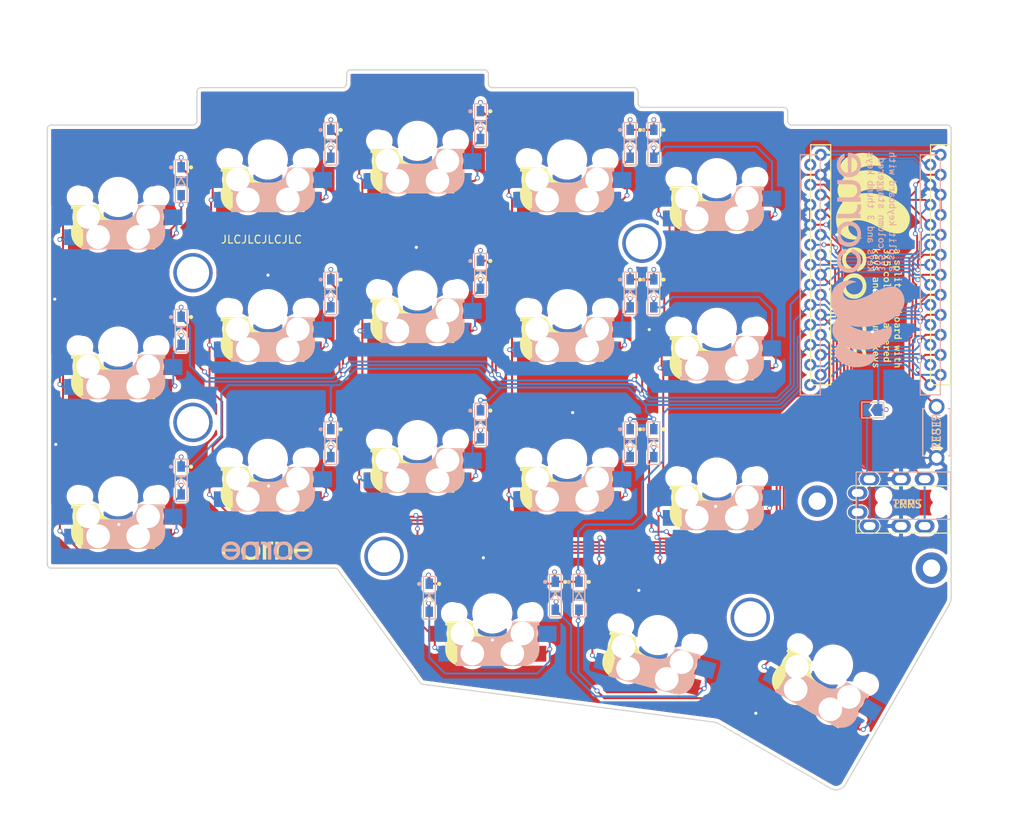
<source format=kicad_pcb>
(kicad_pcb (version 20211014) (generator pcbnew)
  (title_block (title "Corne Cherry") (date "2018-11-17") (rev "2.1") (company "foostan"))
  (layers (0 "F.Cu" signal) (31 "B.Cu" signal) (34 "B.Paste" user) (35 "F.Paste" user) (36 "B.SilkS" user "B.Silkscreen") (37 "F.SilkS" user "F.Silkscreen") (38 "B.Mask" user) (39 "F.Mask" user) (44 "Edge.Cuts" user))
  (net 0 "")
  (net 1 "row0")
  (net 2 "Net-(D1-Pad2)")
  (net 3 "row1")
  (net 4 "Net-(D2-Pad2)")
  (net 5 "row2")
  (net 6 "Net-(D3-Pad2)")
  (net 7 "row3")
  (net 8 "Net-(D4-Pad2)")
  (net 9 "Net-(D5-Pad2)")
  (net 10 "Net-(D6-Pad2)")
  (net 11 "Net-(D7-Pad2)")
  (net 12 "Net-(D8-Pad2)")
  (net 13 "Net-(D9-Pad2)")
  (net 14 "Net-(D10-Pad2)")
  (net 15 "Net-(D11-Pad2)")
  (net 16 "Net-(D12-Pad2)")
  (net 17 "Net-(D13-Pad2)")
  (net 18 "Net-(D14-Pad2)")
  (net 19 "Net-(D15-Pad2)")
  (net 20 "Net-(D16-Pad2)")
  (net 21 "Net-(D17-Pad2)")
  (net 22 "Net-(D18-Pad2)")
  (net 23 "unconnected-(TRRS1-PadA)")
  (net 24 "unconnected-(U1-Pad1)")
  (net 25 "unconnected-(U1-Pad5)")
  (net 26 "GND")
  (net 27 "VCC")
  (net 28 "col5")
  (net 29 "col1")
  (net 30 "col2")
  (net 31 "col3")
  (net 32 "col4")
  (net 33 "unconnected-(U1-Pad6)")
  (net 34 "unconnected-(U1-Pad11)")
  (net 35 "data")
  (net 36 "unconnected-(U1-Pad13)")
  (net 37 "unconnected-(U1-Pad14)")
  (net 38 "unconnected-(U1-Pad20)")
  (net 39 "unconnected-(U1-Pad24)")
  (net 40 "reset")
  (net 41 "SPLIT_HAND_PIN")
  (footprint "kbd:LEGO_HOLE" (layer "F.Cu") (at 69.75 160)
    (fp_text reference "H3" hide)
    (fp_text value "")
  )
  (footprint "footprint_goropikari:CherryMX_MidHeight_Hotswap" (layer "F.Cu") (at 83.5 167.25 180)
    (fp_text reference "SW16" hide)
    (fp_text value "SW_PUSH" hide)
  )
  (footprint "footprint_goropikari:ProMicro_reversible" (layer "F.Cu") (at 132.75 123.5)
    (fp_text reference "U1" hide)
    (fp_text value "ProMicro" hide)
  )
  (footprint "kbd:LEGO_HOLE" (layer "F.Cu") (at 102.5 120.25)
    (fp_text reference "H4" hide)
    (fp_text value "")
  )
  (footprint "footprint_goropikari:CherryMX_MidHeight_Hotswap" (layer "F.Cu") (at 55 109.625 180)
    (fp_text reference "SW2" hide)
    (fp_text value "SW_PUSH" hide)
  )
  (footprint "footprint_goropikari:D3_SMD" (layer "F.Cu") (at 101 126.625 -90)
    (fp_text reference "D9" hide)
    (fp_text value "D" hide)
  )
  (footprint "footprint_goropikari:D3_SMD" (layer "F.Cu") (at 82 124.25 -90)
    (fp_text reference "D8" hide)
    (fp_text value "D" hide)
  )
  (footprint "footprint_goropikari:D3_SMD" (layer "F.Cu") (at 75.5 165.25 -90)
    (fp_text reference "D16" hide)
    (fp_text value "D" hide)
  )
  (footprint "footprint_goropikari:D3_SMD" (layer "F.Cu") (at 104 145.625 -90)
    (fp_text reference "D15" hide)
    (fp_text value "D" hide)
  )
  (footprint "footprint_goropikari:D3_SMD" (layer "F.Cu") (at 104 107.625 -90)
    (fp_text reference "D5" hide)
    (fp_text value "D" hide)
  )
  (footprint "footprint_goropikari:CherryMX_MidHeight_Hotswap" (layer "F.Cu") (at 36 152.375 180)
    (fp_text reference "SW11" hide)
    (fp_text value "SW_PUSH" hide)
  )
  (footprint "footprint_goropikari:CherryMX_MidHeight_Hotswap" (layer "F.Cu") (at 74 107.25 180)
    (fp_text reference "SW3" hide)
    (fp_text value "SW_PUSH" hide)
  )
  (footprint "footprint_goropikari:D3_SMD" (layer "F.Cu") (at 44 131.375 -90)
    (fp_text reference "D6" hide)
    (fp_text value "D" hide)
  )
  (footprint "kbd:LEGO_HOLE" (layer "F.Cu") (at 45.5 143)
    (fp_text reference "H2" hide)
    (fp_text value "")
  )
  (footprint "kbd:LEGO_HOLE" (layer "F.Cu") (at 116.25 167.75)
    (fp_text reference "H5" hide)
    (fp_text value "")
  )
  (footprint "footprint_goropikari:CherryMX_MidHeight_Hotswap" (layer "F.Cu") (at 55 147.625 180)
    (fp_text reference "SW12" hide)
    (fp_text value "SW_PUSH" hide)
  )
  (footprint "footprint_goropikari:MJ-4PP-9" (layer "F.Cu") (at 135.305 153.19 -90)
    (fp_text reference "TRRS1")
    (fp_text value "MJ-4PP-9" hide)
  )
  (footprint "footprint_goropikari:CherryMX_MidHeight_Hotswap" (layer "F.Cu") (at 74 145.25 180)
    (fp_text reference "SW13" hide)
    (fp_text value "SW_PUSH" hide)
  )
  (footprint "footprint_goropikari:CherryMX_MidHeight_Hotswap" (layer "F.Cu") (at 93 128.625 180)
    (fp_text reference "SW9" hide)
    (fp_text value "SW_PUSH" hide)
  )
  (footprint "kbd:corne-logo-horizontal" (layer "F.Cu") (at 55 159.375)
    (fp_text reference "G***" hide)
    (fp_text value "LOGO" hide)
  )
  (footprint "footprint_goropikari:D3_SMD" (layer "F.Cu") (at 63 107.625 -90)
    (fp_text reference "D2" hide)
    (fp_text value "D" hide)
  )
  (footprint "footprint_goropikari:CherryMX_MidHeight_Hotswap" (layer "F.Cu") (at 36 133.375 180)
    (fp_text reference "SW6" hide)
    (fp_text value "SW_PUSH" hide)
  )
  (footprint "kbd:LEGO_HOLE" (layer "F.Cu") (at 45.5 124)
    (fp_text reference "H1" hide)
    (fp_text value "")
  )
  (footprint "footprint_goropikari:CherryMX_MidHeight_Hotswap" (layer "F.Cu") (at 112 112 180)
    (fp_text reference "SW5" hide)
    (fp_text value "SW_PUSH" hide)
  )
  (footprint "footprint_goropikari:D3_SMD" (layer "F.Cu") (at 63 126.625 -90)
    (fp_text reference "D7" hide)
    (fp_text value "D" hide)
  )
  (footprint "footprint_goropikari:D3_SMD" (layer "F.Cu") (at 91.5 165 -90)
    (fp_text reference "D17" hide)
    (fp_text value "D" hide)
  )
  (footprint "kbd:corne" (layer "F.Cu") (at 131.7 122.475 -90)
    (fp_text reference "G1" hide)
    (fp_text value "LOGO" hide)
  )
  (footprint "footprint_goropikari:D3_SMD" (layer "F.Cu") (at 101 107.625 -90)
    (fp_text reference "D4" hide)
    (fp_text value "D" hide)
  )
  (footprint "footprint_goropikari:CherryMX_MidHeight_Hotswap" (layer "F.Cu") (at 93 147.625 180)
    (fp_text reference "SW14" hide)
    (fp_text value "SW_PUSH" hide)
  )
  (footprint "footprint_goropikari:D3_SMD" (layer "F.Cu") (at 94.5 165 -90)
    (fp_text reference "D18" hide)
    (fp_text value "D" hide)
  )
  (footprint "footprint_goropikari:CherryMX_MidHeight_Hotswap" (layer "F.Cu") (at 104.5 170 165)
    (fp_text reference "SW17" hide)
    (fp_text value "SW_PUSH" hide)
  )
  (footprint "footprint_goropikari:CherryMX_MidHeight_Hotswap" (layer "F.Cu") (at 55 128.625 180)
    (fp_text reference "SW7" hide)
    (fp_text value "SW_PUSH" hide)
  )
  (footprint "Jumper:SolderJumper-2_P1.3mm_Open_TrianglePad1.0x1.5mm" (layer "F.Cu") (at 131.8 141.425 180)
    (fp_text reference "JP2" hide)
    (fp_text value "jumper_right")
  )
  (footprint "footprint_goropikari:CherryMX_MidHeight_Hotswap" (layer "F.Cu") (at 112 131 180)
    (fp_text reference "SW10" hide)
    (fp_text value "SW_PUSH" hide)
  )
  (footprint "footprint_goropikari:D3_SMD" (layer "F.Cu") (at 101 145.625 -90)
    (fp_text reference "D14" hide)
    (fp_text value "D" hide)
  )
  (footprint "footprint_goropikari:CherryMX_MidHeight_Hotswap" (layer "F.Cu") (at 93 109.625 180)
    (fp_text reference "SW4" hide)
    (fp_text value "SW_PUSH" hide)
  )
  (footprint "kbd:LEGO_HOLE" (layer "F.Cu") (at 139.25 161.5)
    (fp_text reference "h2" hide)
    (fp_text value "")
  )
  (footprint "footprint_goropikari:D3_SMD" (layer "F.Cu") (at 104 126.625 -90)
    (fp_text reference "D10" hide)
    (fp_text value "D" hide)
  )
  (footprint "footprint_goropikari:CherryMX_MidHeight_Hotswap" (layer "F.Cu") (at 36 114.375 180)
    (fp_text reference "SW1" hide)
    (fp_text value "SW_PUSH" hide)
  )
  (footprint "footprint_goropikari:CherryMX_MidHeight_Hotswap" (layer "F.Cu") (at 126.75 173.75 150)
    (fp_text reference "SW18" hide)
    (fp_text value "SW_PUSH" hide)
  )
  (footprint "footprint_goropikari:D3_SMD" (layer "F.Cu") (at 63 145.625 -90)
    (fp_text reference "D12" hide)
    (fp_text value "D" hide)
  )
  (footprint "footprint_goropikari:D3_SMD" (layer "F.Cu") (at 44 112.375 -90)
    (fp_text reference "D1" hide)
    (fp_text value "D" hide)
  )
  (footprint "footprint_goropikari:D3_SMD" (layer "F.Cu") (at 82 143.25 -90)
    (fp_text reference "D13" hide)
    (fp_text value "D" hide)
  )
  (footprint "footprint_goropikari:CherryMX_MidHeight_Hotswap" (layer "F.Cu") (at 112 150 180)
    (fp_text reference "SW15" hide)
    (fp_text value "SW_PUSH" hide)
  )
  (footprint "footprint_goropikari:CherryMX_MidHeight_Hotswap" (layer "F.Cu") (at 74 126.25 180)
    (fp_text reference "SW8" hide)
    (fp_text value "SW_PUSH" hide)
  )
  (footprint "footprint_goropikari:D3_SMD" (layer "F.Cu") (at 44 150.375 -90)
    (fp_text reference "D11" hide)
    (fp_text value "D" hide)
  )
  (footprint "footprint_goropikari:D3_SMD" (layer "F.Cu") (at 82 105.25 -90)
    (fp_text reference "D3" hide)
    (fp_text value "D" hide)
  )
  (footprint "kbd:LEGO_HOLE" (layer "F.Cu") (at 124.75 153)
    (fp_text reference "h1" hide)
    (fp_text value "")
  )
  (footprint "footprint_goropikari:ResetSW" (layer "F.Cu") (at 139.9 144.25 90)
    (fp_text reference "RSW1" hide)
    (fp_text value "SW_PUSH")
  )
  (footprint "kbd:corne" (layer "B.Cu") (at 131.025 122.3 90)
    (fp_text reference "G2" hide)
    (fp_text value "LOGO" hide)
  )
  (footprint "kbd:corne-logo-horizontal" (layer "B.Cu") (at 54.8 159.375 180)
    (fp_text reference "G***" hide)
    (fp_text value "LOGO" hide)
  )
  (footprint "Jumper:SolderJumper-2_P1.3mm_Open_TrianglePad1.0x1.5mm" (layer "B.Cu") (at 131.8 141.425 180)
    (fp_text reference "JP1" hide)
    (fp_text value "jumper_left")
  )
  (gr_line (start 27 134.75) (end 27 153.75) (layer "Edge.Cuts") (width 0.15))
  (gr_line (start 64.5 100.5) (end 46.5 100.5) (layer "Edge.Cuts") (width 0.15))
  (gr_arc (start 111.420556 181.020344) (mid 111.750952 181.06915) (end 112.075 181.15) (layer "Edge.Cuts") (width 0.15))
  (gr_arc (start 27 105.75) (mid 27.146447 105.396447) (end 27.5 105.25) (layer "Edge.Cuts") (width 0.15))
  (gr_line (start 112.075 181.15) (end 126.369251 189.410956) (layer "Edge.Cuts") (width 0.15))
  (gr_arc (start 74.75 176.25) (mid 74.558658 176.21194) (end 74.396447 176.103553) (layer "Edge.Cuts") (width 0.15))
  (gr_arc (start 101.5 100.5) (mid 101.853553 100.646447) (end 102 101) (layer "Edge.Cuts") (width 0.15))
  (gr_arc (start 63.5 161.5) (mid 63.691342 161.53806) (end 63.853553 161.646447) (layer "Edge.Cuts") (width 0.15))
  (gr_arc (start 46 104.75) (mid 45.853553 105.103553) (end 45.5 105.25) (layer "Edge.Cuts") (width 0.15))
  (gr_line (start 46 101) (end 46 104.75) (layer "Edge.Cuts") (width 0.15))
  (gr_line (start 74.75 176.25) (end 111.420556 181.020344) (layer "Edge.Cuts") (width 0.15))
  (gr_line (start 27 115.75) (end 27 105.75) (layer "Edge.Cuts") (width 0.15))
  (gr_arc (start 141.25 105.25) (mid 141.603553 105.396447) (end 141.75 105.75) (layer "Edge.Cuts") (width 0.15))
  (gr_arc (start 120.5 103) (mid 120.853553 103.146447) (end 121 103.5) (layer "Edge.Cuts") (width 0.15))
  (gr_line (start 141.75 105.75) (end 141.75 165.225) (layer "Edge.Cuts") (width 0.15))
  (gr_line (start 141.25 105.25) (end 121.5 105.25) (layer "Edge.Cuts") (width 0.15))
  (gr_arc (start 82.5 98.25) (mid 82.853553 98.396447) (end 83 98.75) (layer "Edge.Cuts") (width 0.15))
  (gr_line (start 63.5 161.5) (end 27.5 161.5) (layer "Edge.Cuts") (width 0.15))
  (gr_line (start 27 134.75) (end 27 115.75) (layer "Edge.Cuts") (width 0.15))
  (gr_arc (start 27.5 161.5) (mid 27.146447 161.353553) (end 27 161) (layer "Edge.Cuts") (width 0.15))
  (gr_line (start 45.5 105.25) (end 27.5 105.25) (layer "Edge.Cuts") (width 0.15))
  (gr_line (start 82.5 98.25) (end 65.5 98.25) (layer "Edge.Cuts") (width 0.15))
  (gr_line (start 27 153.75) (end 27 161) (layer "Edge.Cuts") (width 0.15))
  (gr_line (start 128.297263 189.031465) (end 141.522764 166.097696) (layer "Edge.Cuts") (width 0.15))
  (gr_line (start 120.5 103) (end 102.5 103) (layer "Edge.Cuts") (width 0.15))
  (gr_arc (start 141.75 165.225) (mid 141.695218 165.676668) (end 141.522764 166.097696) (layer "Edge.Cuts") (width 0.15))
  (gr_arc (start 83.5 100.5) (mid 83.146447 100.353553) (end 83 100) (layer "Edge.Cuts") (width 0.15))
  (gr_arc (start 121.5 105.25) (mid 121.146447 105.103553) (end 121 104.75) (layer "Edge.Cuts") (width 0.15))
  (gr_line (start 102 102.5) (end 102 101) (layer "Edge.Cuts") (width 0.15))
  (gr_line (start 121 103.5) (end 121 104.75) (layer "Edge.Cuts") (width 0.15))
  (gr_line (start 65 98.75) (end 65 100) (layer "Edge.Cuts") (width 0.15))
  (gr_arc (start 102.5 103) (mid 102.146447 102.853553) (end 102 102.5) (layer "Edge.Cuts") (width 0.15))
  (gr_arc (start 65 100) (mid 64.853553 100.353553) (end 64.5 100.5) (layer "Edge.Cuts") (width 0.15))
  (gr_line (start 83 100) (end 83 98.75) (layer "Edge.Cuts") (width 0.15))
  (gr_arc (start 128.297263 189.031465) (mid 127.412066 189.621603) (end 126.369251 189.410956) (layer "Edge.Cuts") (width 0.15))
  (gr_line (start 101.5 100.5) (end 83.5 100.5) (layer "Edge.Cuts") (width 0.15))
  (gr_line (start 63.853553 161.646447) (end 74.396447 176.103553) (layer "Edge.Cuts") (width 0.15))
  (gr_arc (start 65 98.75) (mid 65.146447 98.396447) (end 65.5 98.25) (layer "Edge.Cuts") (width 0.15))
  (gr_arc (start 46 101) (mid 46.146447 100.646447) (end 46.5 100.5) (layer "Edge.Cuts") (width 0.15))
  (gr_text "JLCJLCJLCJLC" (at 54.2 119.775) (layer "F.SilkS") (effects (font (size 1 1))))
  (segment (start 47.35 116.625) (end 47.35 120.361396) (width 0.25) (layer "F.Cu") (net 1))
  (segment (start 83.2 122.275) (end 83.2 104.475) (width 0.25) (layer "F.Cu") (net 1))
  (segment (start 102.475 115.6) (end 101.8 116.275) (width 0.25) (layer "F.Cu") (net 1))
  (segment (start 64.55 135.625) (end 64.55 126.188604) (width 0.25) (layer "F.Cu") (net 1))
  (segment (start 48.631802 125.606802) (end 47.55 126.688604) (width 0.25) (layer "F.Cu") (net 1))
  (segment (start 102.475 105.85) (end 102.475 115.6) (width 0.25) (layer "F.Cu") (net 1))
  (segment (start 101.4 126.475) (end 101.8 126.875) (width 0.25) (layer "F.Cu") (net 1))
  (segment (start 64.1 125.738604) (end 64.1 106.95) (width 0.25) (layer "F.Cu") (net 1))
  (segment (start 46.4 135.9995) (end 46.9755 136.575) (width 0.25) (layer "F.Cu") (net 1))
  (segment (start 47.55 126.688604) (end 47.55 128.425) (width 0.25) (layer "F.Cu") (net 1))
  (segment (start 137.5245 124.887) (end 138.1495 124.262) (width 0.25) (layer "F.Cu") (net 1))
  (segment (start 101.8 116.275) (end 99.3 118.775) (width 0.25) (layer "F.Cu") (net 1))
  (segment (start 138.1495 124.262) (end 140.4064 124.262) (width 0.25) (layer "F.Cu") (net 1))
  (segment (start 101.8 126.875) (end 101.8 137.289655) (width 0.25) (layer "F.Cu") (net 1))
  (segment (start 82 102.375) (end 82 103.475) (width 0.25) (layer "F.Cu") (net 1))
  (segment (start 47.35 120.361396) (end 48.6 121.611396) (width 0.25) (layer "F.Cu") (net 1))
  (segment (start 99.3 124.575) (end 99.3 125.775) (width 0.25) (layer "F.Cu") (net 1))
  (segment (start 104 104.575) (end 104 105.85) (width 0.25) (layer "F.Cu") (net 1))
  (segment (start 48.6 121.611396) (end 48.6 125.575) (width 0.25) (layer "F.Cu") (net 1))
  (segment (start 101.8 137.289655) (end 101.525233 137.564422) (width 0.25) (layer "F.Cu") (net 1))
  (segment (start 82.2 103.475) (end 82 103.475) (width 0.25) (layer "F.Cu") (net 1))
  (segment (start 44 109.375) (end 44 110.6) (width 0.25) (layer "F.Cu") (net 1))
  (segment (start 99.3 118.775) (end 99.3 124.575) (width 0.25) (layer "F.Cu") (net 1))
  (segment (start 64.1 106.95) (end 63 105.85) (width 0.25) (layer "F.Cu") (net 1))
  (segment (start 84.275871 136.931297) (end 83.95 136.605426) (width 0.25) (layer "F.Cu") (net 1))
  (segment (start 47.55 128.425) (end 46.4 129.575) (width 0.25) (layer "F.Cu") (net 1))
  (segment (start 101 105.85) (end 102.475 105.85) (width 0.25) (layer "F.Cu") (net 1))
  (segment (start 83.2 104.475) (end 82.2 103.475) (width 0.25) (layer "F.Cu") (net 1))
  (segment (start 83.95 136.605426) (end 83.95 123.025) (width 0.25) (layer "F.Cu") (net 1))
  (segment (start 101 104.575) (end 101 105.85) (width 0.25) (layer "F.Cu") (net 1))
  (segment (start 46.4 129.575) (end 46.4 135.9995) (width 0.25) (layer "F.Cu") (net 1))
  (segment (start 100 126.475) (end 101.4 126.475) (width 0.25) (layer "F.Cu") (net 1))
  (segment (start 99.3 125.775) (end 100 126.475) (width 0.25) (layer "F.Cu") (net 1))
  (segment (start 64.758058 135.833058) (end 64.55 135.625) (width 0.25) (layer "F.Cu") (net 1))
  (segment (start 64.55 126.188604) (end 64.1 125.738604) (width 0.25) (layer "F.Cu") (net 1))
  (segment (start 102.475 105.85) (end 104 105.85) (width 0.25) (layer "F.Cu") (net 1))
  (segment (start 46 115.275) (end 47.35 116.625) (width 0.25) (layer "F.Cu") (net 1))
  (segment (start 44 110.6) (end 46 112.6) (width 0.25) (layer "F.Cu") (net 1))
  (segment (start 83.95 123.025) (end 83.2 122.275) (width 0.25) (layer "F.Cu") (net 1))
  (segment (start 48.6 125.575) (end 48.631802 125.606802) (width 0.25) (layer "F.Cu") (net 1))
  (segment (start 63 104.575) (end 63 105.85) (width 0.25) (layer "F.Cu") (net 1))
  (segment (start 46 112.6) (end 46 115.275) (width 0.25) (layer "F.Cu") (net 1))
  (via (at 63 104.575) (size 0.6) (drill 0.4) (layers "F.Cu" "B.Cu") (net 1))
  (via (at 44 109.375) (size 0.6) (drill 0.4) (layers "F.Cu" "B.Cu") (net 1))
  (via (at 64.758058 135.833058) (size 0.6) (drill 0.4) (layers "F.Cu" "B.Cu") (net 1))
  (via (at 104 104.575) (size 0.6) (drill 0.4) (layers "F.Cu" "B.Cu") (net 1))
  (via (at 101.525233 137.564422) (size 0.6) (drill 0.4) (layers "F.Cu" "B.Cu") (net 1))
  (via (at 101 104.575) (size 0.6) (drill 0.4) (layers "F.Cu" "B.Cu") (net 1))
  (via (at 137.5245 124.887) (size 0.6) (drill 0.4) (layers "F.Cu" "B.Cu") (net 1))
  (via (at 46.9755 136.575) (size 0.6) (drill 0.4) (layers "F.Cu" "B.Cu") (net 1))
  (via (at 84.275871 136.931297) (size 0.6) (drill 0.4) (layers "F.Cu" "B.Cu") (net 1))
  (via (at 82 102.375) (size 0.6) (drill 0.4) (layers "F.Cu" "B.Cu") (net 1))
  (segment (start 82 103.475) (end 82 102.375) (width 0.25) (layer "B.Cu") (net 1))
  (segment (start 137.35 124.7125) (end 137.054708 124.7125) (width 0.25) (layer "B.Cu") (net 1))
  (segment (start 46.9755 136.6505) (end 46.9755 136.575) (width 0.25) (layer "B.Cu") (net 1))
  (segment (start 137.5245 124.887) (end 137.35 124.7125) (width 0.25) (layer "B.Cu") (net 1))
  (segment (start 119.627208 139.875) (end 121.35 138.152208) (width 0.25) (layer "B.Cu") (net 1))
  (segment (start 84.043198 136.697918) (end 84.043198 136.718198) (width 0.25) (layer "B.Cu") (net 1))
  (segment (start 85 137.675) (end 101.414655 137.675) (width 0.25) (layer "B.Cu") (net 1))
  (segment (start 101 105.85) (end 101 104.575) (width 0.25) (layer "B.Cu") (net 1))
  (segment (start 104 105.85) (end 104 104.575) (width 0.25) (layer "B.Cu") (net 1))
  (segment (start 121.35 138.152208) (end 121.35 128.042) (width 0.25) (layer "B.Cu") (net 1))
  (segment (start 123.893 125.565) (end 123.86 125.532) (width 0.25) (layer "B.Cu") (net 1))
  (segment (start 64.758058 135.833058) (end 65.316116 135.275) (width 0.25) (layer "B.Cu") (net 1))
  (segment (start 82.62028 135.275) (end 84.043198 136.697918) (width 0.25) (layer "B.Cu") (net 1))
  (segment (start 63 105.85) (end 63 104.575) (width 0.25) (layer "B.Cu") (net 1))
  (segment (start 103.093198 139.147918) (end 103.093198 139.368198) (width 0.25) (layer "B.Cu") (net 1))
  (segment (start 137.054708 124.7125) (end 136.237208 123.895) (width 0.25) (layer "B.Cu") (net 1))
  (segment (start 134.644208 123.892) (end 127.473 123.892) (width 0.25) (layer "B.Cu") (net 1))
  (segment (start 103.093198 139.368198) (end 103.6 139.875) (width 0.25) (layer "B.Cu") (net 1))
  (segment (start 101.414655 137.675) (end 101.525233 137.564422) (width 0.25) (layer "B.Cu") (net 1))
  (segment (start 121.35 128.042) (end 123.86 125.532) (width 0.25) (layer "B.Cu") (net 1))
  (segment (start 127.473 123.892) (end 125.8 125.565) (width 0.25) (layer "B.Cu") (net 1))
  (segment (start 84.043198 136.718198) (end 85 137.675) (width 0.25) (layer "B.Cu") (net 1))
  (segment (start 101.525233 137.579953) (end 103.093198 139.147918) (width 0.25) (layer "B.Cu") (net 1))
  (segment (start 64.758058 135.833058) (end 63.216116 137.375) (width 0.25) (layer "B.Cu") (net 1))
  (segment (start 44 110.6) (end 44 109.375) (width 0.25) (layer "B.Cu") (net 1))
  (segment (start 103.6 139.875) (end 119.627208 139.875) (width 0.25) (layer "B.Cu") (net 1))
  (segment (start 63.216116 137.375) (end 47.7 137.375) (width 0.25) (layer "B.Cu") (net 1))
  (segment (start 125.8 125.565) (end 123.893 125.565) (width 0.25) (layer "B.Cu") (net 1))
  (segment (start 65.316116 135.275) (end 82.62028 135.275) (width 0.25) (layer "B.Cu") (net 1))
  (segment (start 134.647208 123.895) (end 134.644208 123.892) (width 0.25) (layer "B.Cu") (net 1))
  (segment (start 101.525233 137.564422) (end 101.525233 137.579953) (width 0.25) (layer "B.Cu") (net 1))
  (segment (start 47.7 137.375) (end 46.9755 136.6505) (width 0.25) (layer "B.Cu") (net 1))
  (segment (start 136.237208 123.895) (end 134.647208 123.895) (width 0.25) (layer "B.Cu") (net 1))
  (segment (start 44 117.195) (end 41.7 119.495) (width 0.25) (layer "F.Cu") (net 2))
  (segment (start 41.7 119.495) (end 42.88 119.495) (width 0.25) (layer "F.Cu") (net 2))
  (segment (start 44 115.375) (end 44 117.195) (width 0.25) (layer "F.Cu") (net 2))
  (segment (start 44 114.15) (end 44 115.375) (width 0.25) (layer "F.Cu") (net 2))
  (segment (start 42.88 119.495) (end 43.4 118.975) (width 0.25) (layer "F.Cu") (net 2))
  (via (at 43.4 118.975) (size 0.6) (drill 0.4) (layers "F.Cu" "B.Cu") (net 2))
  (via (at 44 115.375) (size 0.6) (drill 0.4) (layers "F.Cu" "B.Cu") (net 2))
  (segment (start 43.4 118.975) (end 43.4 117.355) (width 0.25) (layer "B.Cu") (net 2))
  (segment (start 44 115.375) (end 44 114.15) (width 0.25) (layer "B.Cu") (net 2))
  (segment (start 43.4 117.355) (end 43 116.955) (width 0.25) (layer "B.Cu") (net 2))
  (segment (start 82 122.475) (end 82 121.175) (width 0.25) (layer "F.Cu") (net 3))
  (segment (start 44 128.375) (end 44 129.6) (width 0.25) (layer "F.Cu") (net 3))
  (segment (start 137.864834 128.718472) (end 137.864834 127.769915) (width 0.25) (layer "F.Cu") (net 3))
  (segment (start 83.5 123.275) (end 83.5 136.875) (width 0.25) (layer "F.Cu") (net 3))
  (segment (start 63 124.85) (end 63 123.575) (width 0.25) (layer "F.Cu") (net 3))
  (segment (start 102.525 124.85) (end 104 124.85) (width 0.25) (layer "F.Cu") (net 3))
  (segment (start 101 124.85) (end 102.525 124.85) (width 0.25) (layer "F.Cu") (net 3))
  (segment (start 64.1 126.375) (end 64.1 136.475) (width 0.25) (layer "F.Cu") (net 3))
  (segment (start 82.7 122.475) (end 83.5 123.275) (width 0.25) (layer "F.Cu") (net 3))
  (segment (start 104 124.85) (end 104 123.575) (width 0.25) (layer "F.Cu") (net 3))
  (segment (start 64.1 136.475) (end 64.55 136.925) (width 0.25) (layer "F.Cu") (net 3))
  (segment (start 63 124.85) (end 63 125.275) (width 0.25) (layer "F.Cu") (net 3))
  (segment (start 82 122.475) (end 82.7 122.475) (width 0.25) (layer "F.Cu") (net 3))
  (segment (start 137.864834 127.769915) (end 138.832749 126.802) (width 0.25) (layer "F.Cu") (net 3))
  (segment (start 102.525 124.85) (end 102.525 139.35) (width 0.25) (layer "F.Cu") (net 3))
  (segment (start 101 124.85) (end 101 123.675) (width 0.25) (layer "F.Cu") (net 3))
  (segment (start 138.832749 126.802) (end 140.4064 126.802) (width 0.25) (layer "F.Cu") (net 3))
  (segment (start 83.5 136.875) (end 83.418198 136.956802) (width 0.25) (layer "F.Cu") (net 3))
  (segment (start 102.525 139.35) (end 102.468198 139.406802) (width 0.25) (layer "F.Cu") (net 3))
  (segment (start 63 125.275) (end 64.1 126.375) (width 0.25) (layer "F.Cu") (net 3))
  (via (at 82 121.175) (size 0.6) (drill 0.4) (layers "F.Cu" "B.Cu") (net 3))
  (via (at 64.55 136.925) (size 0.6) (drill 0.4) (layers "F.Cu" "B.Cu") (net 3))
  (via (at 137.864834 128.718472) (size 0.6) (drill 0.4) (layers "F.Cu" "B.Cu") (net 3))
  (via (at 104 123.575) (size 0.6) (drill 0.4) (layers "F.Cu" "B.Cu") (net 3))
  (via (at 83.418198 136.956802) (size 0.6) (drill 0.4) (layers "F.Cu" "B.Cu") (net 3))
  (via (at 102.468198 139.406802) (size 0.6) (drill 0.4) (layers "F.Cu" "B.Cu") (net 3))
  (via (at 44 128.375) (size 0.6) (drill 0.4) (layers "F.Cu" "B.Cu") (net 3))
  (via (at 63 123.575) (size 0.6) (drill 0.4) (layers "F.Cu" "B.Cu") (net 3))
  (via (at 101 123.675) (size 0.6) (drill 0.4) (layers "F.Cu" "B.Cu") (net 3))
  (segment (start 63.65 137.825) (end 64.55 136.925) (width 0.25) (layer "B.Cu") (net 3))
  (segment (start 65.75 135.725) (end 82.186396 135.725) (width 0.25) (layer "B.Cu") (net 3))
  (segment (start 44 129.775) (end 45.1 130.875) (width 0.25) (layer "B.Cu") (net 3))
  (segment (start 104 123.575) (end 104 124.85) (width 0.25) (layer "B.Cu") (net 3))
  (segment (start 83.418198 136.956802) (end 84.586396 138.125) (width 0.25) (layer "B.Cu") (net 3))
  (segment (start 82.186396 135.725) (end 83.418198 136.956802) (width 0.25) (layer "B.Cu") (net 3))
  (segment (start 102.468198 139.406802) (end 103.386396 140.325) (width 0.25) (layer "B.Cu") (net 3))
  (segment (start 103.386396 140.325) (end 119.813604 140.325) (width 0.25) (layer "B.Cu") (net 3))
  (segment (start 82 121.175) (end 82 122.475) (width 0.25) (layer "B.Cu") (net 3))
  (segment (start 137.691306 128.892) (end 126.527 128.892) (width 0.25) (layer "B.Cu") (net 3))
  (segment (start 121.8 138.338604) (end 121.8 130.132) (width 0.25) (layer "B.Cu") (net 3))
  (segment (start 45.1 130.875) (end 45.1 135.775) (width 0.25) (layer "B.Cu") (net 3))
  (segment (start 47.15 137.825) (end 63.65 137.825) (width 0.25) (layer "B.Cu") (net 3))
  (segment (start 44 129.6) (end 44 128.375) (width 0.25) (layer "B.Cu") (net 3))
  (segment (start 121.8 130.132) (end 123.86 128.072) (width 0.25) (layer "B.Cu") (net 3))
  (segment (start 119.813604 140.325) (end 121.8 138.338604) (width 0.25) (layer "B.Cu") (net 3))
  (segment (start 64.55 136.925) (end 65.75 135.725) (width 0.25) (layer "B.Cu") (net 3))
  (segment (start 44 129.6) (end 44 129.775) (width 0.25) (layer "B.Cu") (net 3))
  (segment (start 125.707 128.072) (end 123.86 128.072) (width 0.25) (layer "B.Cu") (net 3))
  (segment (start 101 123.675) (end 101 124.85) (width 0.25) (layer "B.Cu") (net 3))
  (segment (start 84.586396 138.125) (end 101.186396 138.125) (width 0.25) (layer "B.Cu") (net 3))
  (segment (start 126.527 128.892) (end 125.707 128.072) (width 0.25) (layer "B.Cu") (net 3))
  (segment (start 137.864834 128.718472) (end 137.691306 128.892) (width 0.25) (layer "B.Cu") (net 3))
  (segment (start 101.186396 138.125) (end 102.468198 139.406802) (width 0.25) (layer "B.Cu") (net 3))
  (segment (start 45.1 135.775) (end 47.15 137.825) (width 0.25) (layer "B.Cu") (net 3))
  (segment (start 63 123.575) (end 63 124.85) (width 0.25) (layer "B.Cu") (net 3))
  (segment (start 60.7 114.745) (end 62.03 114.745) (width 0.25) (layer "F.Cu") (net 4))
  (segment (start 62.03 114.745) (end 62.4 114.375) (width 0.25) (layer "F.Cu") (net 4))
  (segment (start 63 108.175) (end 63 109.4) (width 0.25) (layer "F.Cu") (net 4))
  (via (at 63 108.175) (size 0.6) (drill 0.4) (layers "F.Cu" "B.Cu") (net 4))
  (via (at 62.4 114.375) (size 0.6) (drill 0.4) (layers "F.Cu" "B.Cu") (net 4))
  (segment (start 62 110.4) (end 63 109.4) (width 0.25) (layer "B.Cu") (net 4))
  (segment (start 62.4 112.605) (end 62 112.205) (width 0.25) (layer "B.Cu") (net 4))
  (segment (start 62 112.205) (end 62 110.4) (width 0.25) (layer "B.Cu") (net 4))
  (segment (start 62.4 114.375) (end 62.4 112.605) (width 0.25) (layer "B.Cu") (net 4))
  (segment (start 63 109.4) (end 63 108.175) (width 0.25) (layer "B.Cu") (net 4))
  (segment (start 137.809911 130.205089) (end 138.673 129.342) (width 0.25) (layer "F.Cu") (net 5))
  (segment (start 44 147.375) (end 44 148.6) (width 0.25) (layer "F.Cu") (net 5))
  (segment (start 104 142.575) (end 104 143.85) (width 0.25) (layer "F.Cu") (net 5))
  (segment (start 63 142.575) (end 63 143.85) (width 0.25) (layer "F.Cu") (net 5))
  (segment (start 138.673 129.342) (end 140.4064 129.342) (width 0.25) (layer "F.Cu") (net 5))
  (segment (start 101 142.575) (end 101 143.85) (width 0.25) (layer "F.Cu") (net 5))
  (segment (start 82 140.175) (end 82 141.475) (width 0.25) (layer "F.Cu") (net 5))
  (via (at 137.809911 130.205089) (size 0.6) (drill 0.4) (layers "F.Cu" "B.Cu") (net 5))
  (via (at 44 147.375) (size 0.6) (drill 0.4) (layers "F.Cu" "B.Cu") (net 5))
  (via (at 104 142.575) (size 0.6) (drill 0.4) (layers "F.Cu" "B.Cu") (net 5))
  (via (at 82 140.175) (size 0.6) (drill 0.4) (layers "F.Cu" "B.Cu") (net 5))
  (via (at 101 142.575) (size 0.6) (drill 0.4) (layers "F.Cu" "B.Cu") (net 5))
  (via (at 63 142.575) (size 0.6) (drill 0.4) (layers "F.Cu" "B.Cu") (net 5))
  (segment (start 103 141.575) (end 103 140.775) (width 0.25) (layer "B.Cu") (net 5))
  (segment (start 64.083884 138.275) (end 66.183884 136.175) (width 0.25) (layer "B.Cu") (net 5))
  (segment (start 44 148.6) (end 45.175 148.6) (width 0.25) (layer "B.Cu") (net 5))
  (segment (start 83 140.175) (end 84.6 138.575) (width 0.25) (layer "B.Cu") (net 5))
  (segment (start 137.396822 129.792) (end 126.533 129.792) (width 0.25) (layer "B.Cu") (net 5))
  (segment (start 126.533 129.792) (end 125.713 130.612) (width 0.25) (layer "B.Cu") (net 5))
  (segment (start 103.2 140.775) (end 120 140.775) (width 0.25) (layer "B.Cu") (net 5))
  (segment (start 63 138.575) (end 63.3 138.275) (width 0.25) (layer "B.Cu") (net 5))
  (segment (start 63 143.85) (end 63 142.575) (width 0.25) (layer "B.Cu") (net 5))
  (segment (start 81.7 136.175) (end 84.1 138.575) (width 0.25) (layer "B.Cu") (net 5))
  (segment (start 122.25 138.525) (end 122.25 132.222) (width 0.25) (layer "B.Cu") (net 5))
  (segment (start 66.183884 136.175) (end 81.7 136.175) (width 0.25) (layer "B.Cu") (net 5))
  (segment (start 100.752512 138.575) (end 102.952512 140.775) (width 0.25) (layer "B.Cu") (net 5))
  (segment (start 82 141.475) (end 82 140.175) (width 0.25) (layer "B.Cu") (net 5))
  (segment (start 82 140.175) (end 83 140.175) (width 0.25) (layer "B.Cu") (net 5))
  (segment (start 49.1 139.175) (end 50 138.275) (width 0.25) (layer "B.Cu") (net 5))
  (segment (start 63.3 138.275) (end 64.083884 138.275) (width 0.25) (layer "B.Cu") (net 5))
  (segment (start 122.25 132.222) (end 123.86 130.612) (width 0.25) (layer "B.Cu") (net 5))
  (segment (start 63 142.575) (end 63 138.575) (width 0.25) (layer "B.Cu") (net 5))
  (segment (start 49.1 144.675) (end 49.1 139.175) (width 0.25) (layer "B.Cu") (net 5))
  (segment (start 101 142.575) (end 104 142.575) (width 0.25) (layer "B.Cu") (net 5))
  (segment (start 45.175 148.6) (end 49.1 144.675) (width 0.25) (layer "B.Cu") (net 5))
  (segment (start 102.952512 140.775) (end 103.2 140.775) (width 0.25) (layer "B.Cu") (net 5))
  (segment (start 137.809911 130.205089) (end 137.396822 129.792) (width 0.25) (layer "B.Cu") (net 5))
  (segment (start 125.713 130.612) (end 123.86 130.612) (width 0.25) (layer "B.Cu") (net 5))
  (segment (start 104 143.85) (end 104 142.575) (width 0.25) (layer "B.Cu") (net 5))
  (segment (start 101 143.85) (end 101 142.575) (width 0.25) (layer "B.Cu") (net 5))
  (segment (start 50 138.275) (end 63.3 138.275) (width 0.25) (layer "B.Cu") (net 5))
  (segment (start 84.1 138.575) (end 84.6 138.575) (width 0.25) (layer "B.Cu") (net 5))
  (segment (start 44 148.6) (end 44 147.375) (width 0.25) (layer "B.Cu") (net 5))
  (segment (start 120 140.775) (end 122.25 138.525) (width 0.25) (layer "B.Cu") (net 5))
  (segment (start 84.6 138.575) (end 100.752512 138.575) (width 0.25) (layer "B.Cu") (net 5))
  (segment (start 104 142.575) (end 103 141.575) (width 0.25) (layer "B.Cu") (net 5))
  (segment (start 79.7 112.37) (end 81.205 112.37) (width 0.25) (layer "F.Cu") (net 6))
  (segment (start 81.205 112.37) (end 81.6 111.975) (width 0.25) (layer "F.Cu") (net 6))
  (segment (start 82 105.775) (end 82 107.025) (width 0.25) (layer "F.Cu") (net 6))
  (via (at 82 105.775) (size 0.6) (drill 0.4) (layers "F.Cu" "B.Cu") (net 6))
  (via (at 81.6 111.975) (size 0.6) (drill 0.4) (layers "F.Cu" "B.Cu") (net 6))
  (segment (start 81.6 111.975) (end 81.6 110.43) (width 0.25) (layer "B.Cu") (net 6))
  (segment (start 81 108.025) (end 82 107.025) (width 0.25) (layer "B.Cu") (net 6))
  (segment (start 81 109.83) (end 81 108.025) (width 0.25) (layer "B.Cu") (net 6))
  (segment (start 81.6 110.43) (end 81 109.83) (width 0.25) (layer "B.Cu") (net 6))
  (segment (start 82 107.025) (end 82 105.775) (width 0.25) (layer "B.Cu") (net 6))
  (segment (start 94.4 163.125) (end 94.5 163.225) (width 0.25) (layer "F.Cu") (net 7))
  (segment (start 94.4 161.975) (end 94.4 163.125) (width 0.25) (layer "F.Cu") (net 7))
  (segment (start 138.493 131.882) (end 140.4064 131.882) (width 0.25) (layer "F.Cu") (net 7))
  (segment (start 75.5 163.475) (end 91.25 163.475) (width 0.25) (layer "F.Cu") (net 7))
  (segment (start 91.25 163.475) (end 91.5 163.225) (width 0.25) (layer "F.Cu") (net 7))
  (segment (start 75.5 163.475) (end 75.5 162.475) (width 0.25) (layer "F.Cu") (net 7))
  (segment (start 91.5 163.225) (end 94.5 163.225) (width 0.25) (layer "F.Cu") (net 7))
  (segment (start 91.4 163.125) (end 91.5 163.225) (width 0.25) (layer "F.Cu") (net 7))
  (segment (start 75.5 162.475) (end 75.4 162.375) (width 0.25) (layer "F.Cu") (net 7))
  (segment (start 91.4 161.975) (end 91.4 163.125) (width 0.25) (layer "F.Cu") (net 7))
  (segment (start 137.719911 132.655089) (end 138.493 131.882) (width 0.25) (layer "F.Cu") (net 7))
  (via (at 91.4 161.975) (size 0.6) (drill 0.4) (layers "F.Cu" "B.Cu") (net 7))
  (via (at 94.4 161.975) (size 0.6) (drill 0.4) (layers "F.Cu" "B.Cu") (net 7))
  (via (at 137.719911 132.655089) (size 0.6) (drill 0.4) (layers "F.Cu" "B.Cu") (net 7))
  (via (at 75.4 162.375) (size 0.6) (drill 0.4) (layers "F.Cu" "B.Cu") (net 7))
  (segment (start 105.2 141.875) (end 105.85 141.225) (width 0.25) (layer "B.Cu") (net 7))
  (segment (start 102.5 150.575) (end 105.2 147.875) (width 0.25) (layer "B.Cu") (net 7))
  (segment (start 122.7 134.312) (end 123.86 133.152) (width 0.25) (layer "B.Cu") (net 7))
  (segment (start 125.68 133.185) (end 123.893 133.185) (width 0.25) (layer "B.Cu") (net 7))
  (segment (start 94.4 161.975) (end 94.4 156.875) (width 0.25) (layer "B.Cu") (net 7))
  (segment (start 122.7 138.711396) (end 122.7 134.312) (width 0.25) (layer "B.Cu") (net 7))
  (segment (start 137.719911 132.655089) (end 137.719911 133.235089) (width 0.25) (layer "B.Cu") (net 7))
  (segment (start 137.719911 133.235089) (end 137.08 133.875) (width 0.25) (layer "B.Cu") (net 7))
  (segment (start 126.37 133.875) (end 125.68 133.185) (width 0.25) (layer "B.Cu") (net 7))
  (segment (start 120.186396 141.225) (end 122.7 138.711396) (width 0.25) (layer "B.Cu") (net 7))
  (segment (start 101.3 155.975) (end 102.5 154.775) (width 0.25) (layer "B.Cu") (net 7))
  (segment (start 94.5 162.075) (end 94.4 161.975) (width 0.25) (layer "B.Cu") (net 7))
  (segment (start 75.4 163.375) (end 75.5 163.475) (width 0.25) (layer "B.Cu") (net 7))
  (segment (start 105.85 141.225) (end 120.186396 141.225) (width 0.25) (layer "B.Cu") (net 7))
  (segment (start 75.4 162.375) (end 75.4 163.375) (width 0.25) (layer "B.Cu") (net 7))
  (segment (start 137.08 133.875) (end 126.37 133.875) (width 0.25) (layer "B.Cu") (net 7))
  (segment (start 91.5 162.075) (end 91.4 161.975) (width 0.25) (layer "B.Cu") (net 7))
  (segment (start 105.2 147.875) (end 105.2 141.875) (width 0.25) (layer "B.Cu") (net 7))
  (segment (start 123.893 133.185) (end 123.86 133.152) (width 0.25) (layer "B.Cu") (net 7))
  (segment (start 102.5 154.775) (end 102.5 150.575) (width 0.25) (layer "B.Cu") (net 7))
  (segment (start 94.4 156.875) (end 95.3 155.975) (width 0.25) (layer "B.Cu") (net 7))
  (segment (start 91.5 163.225) (end 91.5 162.075) (width 0.25) (layer "B.Cu") (net 7))
  (segment (start 95.3 155.975) (end 101.3 155.975) (width 0.25) (layer "B.Cu") (net 7))
  (segment (start 94.5 163.225) (end 94.5 162.075) (width 0.25) (layer "B.Cu") (net 7))
  (segment (start 100.03 114.745) (end 100.6 114.175) (width 0.25) (layer "F.Cu") (net 8))
  (segment (start 98.7 114.745) (end 100.03 114.745) (width 0.25) (layer "F.Cu") (net 8))
  (segment (start 101 108.175) (end 101 109.4) (width 0.25) (layer "F.Cu") (net 8))
  (via (at 100.6 114.175) (size 0.6) (drill 0.4) (layers "F.Cu" "B.Cu") (net 8))
  (via (at 101 108.175) (size 0.6) (drill 0.4) (layers "F.Cu" "B.Cu") (net 8))
  (segment (start 100.6 112.805) (end 100 112.205) (width 0.25) (layer "B.Cu") (net 8))
  (segment (start 100 112.205) (end 100 110.4) (width 0.25) (layer "B.Cu") (net 8))
  (segment (start 100.6 114.175) (end 100.6 112.805) (width 0.25) (layer "B.Cu") (net 8))
  (segment (start 100 110.4) (end 101 109.4) (width 0.25) (layer "B.Cu") (net 8))
  (segment (start 101 109.4) (end 101 108.175) (width 0.25) (layer "B.Cu") (net 8))
  (segment (start 117.7 117.12) (end 118.855 117.12) (width 0.25) (layer "F.Cu") (net 9))
  (segment (start 104 108.175) (end 104 109.4) (width 0.25) (layer "F.Cu") (net 9))
  (segment (start 118.855 117.12) (end 119.4 116.575) (width 0.25) (layer "F.Cu") (net 9))
  (via (at 104 108.175) (size 0.6) (drill 0.4) (layers "F.Cu" "B.Cu") (net 9))
  (via (at 119.4 116.575) (size 0.6) (drill 0.4) (layers "F.Cu" "B.Cu") (net 9))
  (segment (start 119.4 114.98) (end 119 114.58) (width 0.25) (layer "B.Cu") (net 9))
  (segment (start 119 109.915) (end 119 114.58) (width 0.25) (layer "B.Cu") (net 9))
  (segment (start 119.4 116.575) (end 119.4 114.98) (width 0.25) (layer "B.Cu") (net 9))
  (segment (start 104 109.4) (end 104 108.175) (width 0.25) (layer "B.Cu") (net 9))
  (segment (start 104 109.4) (end 105.405 107.995) (width 0.25) (layer "B.Cu") (net 9))
  (segment (start 105.405 107.995) (end 117.08 107.995) (width 0.25) (layer "B.Cu") (net 9))
  (segment (start 117.08 107.995) (end 119 109.915) (width 0.25) (layer "B.Cu") (net 9))
  (segment (start 43.2 138.375) (end 41.82 138.375) (width 0.25) (layer "F.Cu") (net 10))
  (segment (start 41.82 138.375) (end 41.7 138.495) (width 0.25) (layer "F.Cu") (net 10))
  (segment (start 44 131.975) (end 44 133.15) (width 0.25) (layer "F.Cu") (net 10))
  (via (at 44 131.975) (size 0.6) (drill 0.4) (layers "F.Cu" "B.Cu") (net 10))
  (via (at 43.2 138.375) (size 0.6) (drill 0.4) (layers "F.Cu" "B.Cu") (net 10))
  (segment (start 43 135.955) (end 43 134.15) (width 0.25) (layer "B.Cu") (net 10))
  (segment (start 43 135.955) (end 43 138.175) (width 0.25) (layer "B.Cu") (net 10))
  (segment (start 44 133.15) (end 44 131.975) (width 0.25) (layer "B.Cu") (net 10))
  (segment (start 43 134.15) (end 44 133.15) (width 0.25) (layer "B.Cu") (net 10))
  (segment (start 43 138.175) (end 43.2 138.375) (width 0.25) (layer "B.Cu") (net 10))
  (segment (start 61.83 133.745) (end 62.4 133.175) (width 0.25) (layer "F.Cu") (net 11))
  (segment (start 60.7 133.745) (end 61.83 133.745) (width 0.25) (layer "F.Cu") (net 11))
  (segment (start 63 128.4) (end 63 127.375) (width 0.25) (layer "F.Cu") (net 11))
  (via (at 62.4 133.175) (size 0.6) (drill 0.4) (layers "F.Cu" "B.Cu") (net 11))
  (via (at 63 127.375) (size 0.6) (drill 0.4) (layers "F.Cu" "B.Cu") (net 11))
  (segment (start 62.4 131.605) (end 62 131.205) (width 0.25) (layer "B.Cu") (net 11))
  (segment (start 62 129.4) (end 63 128.4) (width 0.25) (layer "B.Cu") (net 11))
  (segment (start 63 127.375) (end 63 128.4) (width 0.25) (layer "B.Cu") (net 11))
  (segment (start 62.4 133.175) (end 62.4 131.605) (width 0.25) (layer "B.Cu") (net 11))
  (segment (start 62 131.205) (end 62 129.4) (width 0.25) (layer "B.Cu") (net 11))
  (segment (start 81.005 131.37) (end 81.3 131.075) (width 0.25) (layer "F.Cu") (net 12))
  (segment (start 79.7 131.37) (end 81.005 131.37) (width 0.25) (layer "F.Cu") (net 12))
  (segment (start 82 126.025) (end 82 124.875) (width 0.25) (layer "F.Cu") (net 12))
  (via (at 82 124.875) (size 0.6) (drill 0.4) (layers "F.Cu" "B.Cu") (net 12))
  (via (at 81.3 131.075) (size 0.6) (drill 0.4) (layers "F.Cu" "B.Cu") (net 12))
  (segment (start 82 124.875) (end 82 126.025) (width 0.25) (layer "B.Cu") (net 12))
  (segment (start 81 127.025) (end 82 126.025) (width 0.25) (layer "B.Cu") (net 12))
  (segment (start 81.3 131.075) (end 81.3 129.13) (width 0.25) (layer "B.Cu") (net 12))
  (segment (start 81 128.83) (end 81 127.025) (width 0.25) (layer "B.Cu") (net 12))
  (segment (start 81.3 129.13) (end 81 128.83) (width 0.25) (layer "B.Cu") (net 12))
  (segment (start 99.73 133.745) (end 100.3 133.175) (width 0.25) (layer "F.Cu") (net 13))
  (segment (start 101 128.4) (end 101 127.275) (width 0.25) (layer "F.Cu") (net 13))
  (segment (start 98.7 133.745) (end 99.73 133.745) (width 0.25) (layer "F.Cu") (net 13))
  (via (at 101 127.275) (size 0.6) (drill 0.4) (layers "F.Cu" "B.Cu") (net 13))
  (via (at 100.3 133.175) (size 0.6) (drill 0.4) (layers "F.Cu" "B.Cu") (net 13))
  (segment (start 101 127.275) (end 101 128.4) (width 0.25) (layer "B.Cu") (net 13))
  (segment (start 100.3 131.505) (end 100 131.205) (width 0.25) (layer "B.Cu") (net 13))
  (segment (start 100 129.4) (end 101 128.4) (width 0.25) (layer "B.Cu") (net 13))
  (segment (start 100.3 133.175) (end 100.3 131.505) (width 0.25) (layer "B.Cu") (net 13))
  (segment (start 100 131.205) (end 100 129.4) (width 0.25) (layer "B.Cu") (net 13))
  (segment (start 119.155 136.12) (end 119.5 135.775) (width 0.25) (layer "F.Cu") (net 14))
  (segment (start 104 128.4) (end 104 127.275) (width 0.25) (layer "F.Cu") (net 14))
  (segment (start 117.7 136.12) (end 119.155 136.12) (width 0.25) (layer "F.Cu") (net 14))
  (via (at 119.5 135.775) (size 0.6) (drill 0.4) (layers "F.Cu" "B.Cu") (net 14))
  (via (at 104 127.275) (size 0.6) (drill 0.4) (layers "F.Cu" "B.Cu") (net 14))
  (segment (start 119.5 134.08) (end 119 133.58) (width 0.25) (layer "B.Cu") (net 14))
  (segment (start 104 127.275) (end 104 128.4) (width 0.25) (layer "B.Cu") (net 14))
  (segment (start 106.38 127.095) (end 117.38 127.095) (width 0.25) (layer "B.Cu") (net 14))
  (segment (start 117.38 127.095) (end 119 128.715) (width 0.25) (layer "B.Cu") (net 14))
  (segment (start 105.075 128.4) (end 106.38 127.095) (width 0.25) (layer "B.Cu") (net 14))
  (segment (start 104 128.4) (end 105.075 128.4) (width 0.25) (layer "B.Cu") (net 14))
  (segment (start 119 128.715) (end 119 133.58) (width 0.25) (layer "B.Cu") (net 14))
  (segment (start 119.5 135.775) (end 119.5 134.08) (width 0.25) (layer "B.Cu") (net 14))
  (segment (start 42.68 157.495) (end 43.4 156.775) (width 0.25) (layer "F.Cu") (net 15))
  (segment (start 44 150.975) (end 44 152.15) (width 0.25) (layer "F.Cu") (net 15))
  (segment (start 41.7 157.495) (end 42.68 157.495) (width 0.25) (layer "F.Cu") (net 15))
  (via (at 44 150.975) (size 0.6) (drill 0.4) (layers "F.Cu" "B.Cu") (net 15))
  (via (at 43.4 156.775) (size 0.6) (drill 0.4) (layers "F.Cu" "B.Cu") (net 15))
  (segment (start 44 152.15) (end 44 150.975) (width 0.25) (layer "B.Cu") (net 15))
  (segment (start 43.4 155.355) (end 43 154.955) (width 0.25) (layer "B.Cu") (net 15))
  (segment (start 43 154.955) (end 43 153.15) (width 0.25) (layer "B.Cu") (net 15))
  (segment (start 43.4 156.775) (end 43.4 155.355) (width 0.25) (layer "B.Cu") (net 15))
  (segment (start 43 153.15) (end 44 152.15) (width 0.25) (layer "B.Cu") (net 15))
  (segment (start 63 146.175) (end 63 147.4) (width 0.25) (layer "F.Cu") (net 16))
  (segment (start 61.83 152.745) (end 62.4 152.175) (width 0.25) (layer "F.Cu") (net 16))
  (segment (start 60.7 152.745) (end 61.83 152.745) (width 0.25) (layer "F.Cu") (net 16))
  (via (at 63 146.175) (size 0.6) (drill 0.4) (layers "F.Cu" "B.Cu") (net 16))
  (via (at 62.4 152.175) (size 0.6) (drill 0.4) (layers "F.Cu" "B.Cu") (net 16))
  (segment (start 62.4 152.175) (end 62.4 150.605) (width 0.25) (layer "B.Cu") (net 16))
  (segment (start 62 150.205) (end 62 148.4) (width 0.25) (layer "B.Cu") (net 16))
  (segment (start 62.4 150.605) (end 62 150.205) (width 0.25) (layer "B.Cu") (net 16))
  (segment (start 63 147.4) (end 63 146.175) (width 0.25) (layer "B.Cu") (net 16))
  (segment (start 62 148.4) (end 63 147.4) (width 0.25) (layer "B.Cu") (net 16))
  (segment (start 79.7 150.37) (end 80.805 150.37) (width 0.25) (layer "F.Cu") (net 17))
  (segment (start 80.805 150.37) (end 81.4 149.775) (width 0.25) (layer "F.Cu") (net 17))
  (segment (start 82 143.975) (end 82 145.025) (width 0.25) (layer "F.Cu") (net 17))
  (via (at 81.4 149.775) (size 0.6) (drill 0.4) (layers "F.Cu" "B.Cu") (net 17))
  (via (at 82 143.975) (size 0.6) (drill 0.4) (layers "F.Cu" "B.Cu") (net 17))
  (segment (start 81 146.025) (end 82 145.025) (width 0.25) (layer "B.Cu") (net 17))
  (segment (start 81.4 148.23) (end 81 147.83) (width 0.25) (layer "B.Cu") (net 17))
  (segment (start 82 145.025) (end 82 143.975) (width 0.25) (layer "B.Cu") (net 17))
  (segment (start 81.4 149.775) (end 81.4 148.23) (width 0.25) (layer "B.Cu") (net 17))
  (segment (start 81 147.83) (end 81 146.025) (width 0.25) (layer "B.Cu") (net 17))
  (segment (start 101 146.375) (end 101 147.4) (width 0.25) (layer "F.Cu") (net 18))
  (segment (start 99.83 152.745) (end 100.4 152.175) (width 0.25) (layer "F.Cu") (net 18))
  (segment (start 98.7 152.745) (end 99.83 152.745) (width 0.25) (layer "F.Cu") (net 18))
  (via (at 100.4 152.175) (size 0.6) (drill 0.4) (layers "F.Cu" "B.Cu") (net 18))
  (via (at 101 146.375) (size 0.6) (drill 0.4) (layers "F.Cu" "B.Cu") (net 18))
  (segment (start 100.4 150.605) (end 100 150.205) (width 0.25) (layer "B.Cu") (net 18))
  (segment (start 100 148.4) (end 101 147.4) (width 0.25) (layer "B.Cu") (net 18))
  (segment (start 100 150.205) (end 100 148.4) (width 0.25) (layer "B.Cu") (net 18))
  (segment (start 100.4 152.175) (end 100.4 150.605) (width 0.25) (layer "B.Cu") (net 18))
  (segment (start 101 147.4) (end 101 146.375) (width 0.25) (layer "B.Cu") (net 18))
  (segment (start 106.05 157.325) (end 105.6 156.875) (width 0.25) (layer "F.Cu") (net 19))
  (segment (start 118.7 154.12) (end 117.7 155.12) (width 0.25) (layer "F.Cu") (net 19))
  (segment (start 103.4 148) (end 104 147.4) (width 0.25) (layer "F.Cu") (net 19))
  (segment (start 103.7 154.575) (end 103.4 154.275) (width 0.25) (layer "F.Cu") (net 19))
  (segment (start 104 146.175) (end 104 147.4) (width 0.25) (layer "F.Cu") (net 19))
  (segment (start 103.7 156.675) (end 103.7 154.575) (width 0.25) (layer "F.Cu") (net 19))
  (segment (start 117.7 156.925) (end 117.3 157.325) (width 0.25) (layer "F.Cu") (net 19))
  (segment (start 117.7 155.12) (end 117.7 156.925) (width 0.25) (layer "F.Cu") (net 19))
  (segment (start 117.3 157.325) (end 106.05 157.325) (width 0.25) (layer "F.Cu") (net 19))
  (segment (start 103.4 154.275) (end 103.4 148) (width 0.25) (layer "F.Cu") (net 19))
  (segment (start 118.7 153.875) (end 118.7 154.12) (width 0.25) (layer "F.Cu") (net 19))
  (via (at 105.6 156.875) (size 0.6) (drill 0.4) (layers "F.Cu" "B.Cu") (net 19))
  (via (at 103.7 156.675) (size 0.6) (drill 0.4) (layers "F.Cu" "B.Cu") (net 19))
  (via (at 104 146.175) (size 0.6) (drill 0.4) (layers "F.Cu" "B.Cu") (net 19))
  (via (at 118.7 153.875) (size 0.6) (drill 0.4) (layers "F.Cu" "B.Cu") (net 19))
  (segment (start 104 147.4) (end 104 146.175) (width 0.25) (layer "B.Cu") (net 19))
  (segment (start 105.6 156.875) (end 103.9 156.875) (width 0.25) (layer "B.Cu") (net 19))
  (segment (start 118.7 153.875) (end 119 153.575) (width 0.25) (layer "B.Cu") (net 19))
  (segment (start 103.9 156.875) (end 103.7 156.675) (width 0.25) (layer "B.Cu") (net 19))
  (segment (start 119 153.575) (end 119 152.58) (width 0.25) (layer "B.Cu") (net 19))
  (segment (start 90.205 172.37) (end 90.8 171.775) (width 0.25) (layer "F.Cu") (net 20))
  (segment (start 75.5 166.075) (end 75.4 165.975) (width 0.25) (layer "F.Cu") (net 20))
  (segment (start 89.2 172.37) (end 90.205 172.37) (width 0.25) (layer "F.Cu") (net 20))
  (segment (start 75.5 167.025) (end 75.5 166.075) (width 0.25) (layer "F.Cu") (net 20))
  (via (at 75.4 165.975) (size 0.6) (drill 0.4) (layers "F.Cu" "B.Cu") (net 20))
  (via (at 90.8 171.775) (size 0.6) (drill 0.4) (layers "F.Cu" "B.Cu") (net 20))
  (segment (start 77.505 174.875) (end 89.2 174.875) (width 0.25) (layer "B.Cu") (net 20))
  (segment (start 75.5 167.025) (end 75.5 172.87) (width 0.25) (layer "B.Cu") (net 20))
  (segment (start 90.8 171.775) (end 90.8 170.13) (width 0.25) (layer "B.Cu") (net 20))
  (segment (start 90.8 170.13) (end 90.5 169.83) (width 0.25) (layer "B.Cu") (net 20))
  (segment (start 90.8 173.275) (end 90.8 171.775) (width 0.25) (layer "B.Cu") (net 20))
  (segment (start 75.4 166.925) (end 75.5 167.025) (width 0.25) (layer "B.Cu") (net 20))
  (segment (start 75.4 165.975) (end 75.4 166.925) (width 0.25) (layer "B.Cu") (net 20))
  (segment (start 89.2 174.875) (end 90.8 173.275) (width 0.25) (layer "B.Cu") (net 20))
  (segment (start 75.5 172.87) (end 77.505 174.875) (width 0.25) (layer "B.Cu") (net 20))
  (segment (start 110.4 176.775) (end 109.034815 176.775) (width 0.25) (layer "F.Cu") (net 21))
  (segment (start 91.6 165.775) (end 91.6 166.675) (width 0.25) (layer "F.Cu") (net 21))
  (segment (start 109.034815 176.775) (end 108.680624 176.420809) (width 0.25) (layer "F.Cu") (net 21))
  (segment (start 91.6 166.675) (end 91.5 166.775) (width 0.25) (layer "F.Cu") (net 21))
  (via (at 91.6 165.775) (size 0.6) (drill 0.4) (layers "F.Cu" "B.Cu") (net 21))
  (via (at 110.4 176.775) (size 0.6) (drill 0.4) (layers "F.Cu" "B.Cu") (net 21))
  (segment (start 91.5 165.875) (end 91.6 165.775) (width 0.25) (layer "B.Cu") (net 21))
  (segment (start 96.6 177.775) (end 109.4 177.775) (width 0.25) (layer "B.Cu") (net 21))
  (segment (start 93.5 168.775) (end 93.5 174.675) (width 0.25) (layer "B.Cu") (net 21))
  (segment (start 91.5 166.775) (end 91.5 165.875) (width 0.25) (layer "B.Cu") (net 21))
  (segment (start 110.593728 176.581272) (end 110.4 176.775) (width 0.25) (layer "B.Cu") (net 21))
  (segment (start 110.593728 174.303822) (end 110.593728 176.581272) (width 0.25) (layer "B.Cu") (net 21))
  (segment (start 91.5 166.775) (end 93.5 168.775) (width 0.25) (layer "B.Cu") (net 21))
  (segment (start 109.4 177.775) (end 110.4 176.775) (width 0.25) (layer "B.Cu") (net 21))
  (segment (start 93.5 174.675) (end 96.6 177.775) (width 0.25) (layer "B.Cu") (net 21))
  (segment (start 112.765623 178.009377) (end 112.8 177.975) (width 0.25) (layer "F.Cu") (net 22))
  (segment (start 122.6 182.575) (end 127.585395 182.575) (width 0.25) (layer "F.Cu") (net 22))
  (segment (start 96.788438 177.08026) (end 97.717555 178.009377) (width 0.25) (layer "F.Cu") (net 22))
  (segment (start 94.4 166.875) (end 94.5 166.775) (width 0.25) (layer "F.Cu") (net 22))
  (segment (start 130.067295 181.975) (end 129.126345 181.03405) (width 0.25) (layer "F.Cu") (net 22))
  (segment (start 112.8 177.975) (end 118 177.975) (width 0.25) (layer "F.Cu") (net 22))
  (segment (start 130.6 181.975) (end 130.067295 181.975) (width 0.25) (layer "F.Cu") (net 22))
  (segment (start 127.585395 182.575) (end 129.126345 181.03405) (width 0.25) (layer "F.Cu") (net 22))
  (segment (start 97.717555 178.009377) (end 112.765623 178.009377) (width 0.25) (layer "F.Cu") (net 22))
  (segment (start 94.4 168.175) (end 94.4 166.875) (width 0.25) (layer "F.Cu") (net 22))
  (segment (start 118 177.975) (end 122.6 182.575) (width 0.25) (layer "F.Cu") (net 22))
  (via (at 130.6 181.975) (size 0.6) (drill 0.4) (layers "F.Cu" "B.Cu") (net 22))
  (via (at 96.788438 177.08026) (size 0.6) (drill 0.4) (layers "F.Cu" "B.Cu") (net 22))
  (via (at 94.4 168.175) (size 0.6) (drill 0.4) (layers "F.Cu" "B.Cu") (net 22))
  (segment (start 94.5 168.075) (end 94.4 168.175) (width 0.25) (layer "B.Cu") (net 22))
  (segment (start 131.522178 181.052822) (end 130.6 181.975) (width 0.25) (layer "B.Cu") (net 22))
  (segment (start 94.5 166.775) (end 94.5 168.075) (width 0.25) (layer "B.Cu") (net 22))
  (segment (start 94.4 168.175) (end 94.4 174.691822) (width 0.25) (layer "B.Cu") (net 22))
  (segment (start 131.522178 179.484346) (end 131.522178 181.052822) (width 0.25) (layer "B.Cu") (net 22))
  (segment (start 94.4 174.691822) (end 96.788438 177.08026) (width 0.25) (layer "B.Cu") (net 22))
  (segment (start 129.885 151.95) (end 129.885 154.4) (width 0.25) (layer "B.Cu") (net 23))
  (segment (start 123.86 110.292) (end 123.86 108.415) (width 0.25) (layer "B.Cu") (net 24))
  (segment (start 124.44 107.835) (end 125.76 107.835) (width 0.25) (layer "B.Cu") (net 24))
  (segment (start 125.76 107.835) (end 126.497 108.572) (width 0.25) (layer "B.Cu") (net 24))
  (segment (start 123.86 108.415) (end 124.44 107.835) (width 0.25) (layer "B.Cu") (net 24))
  (segment (start 139.9564 108.572) (end 140.4064 109.022) (width 0.25) (layer "B.Cu") (net 24))
  (segment (start 126.497 108.572) (end 139.9564 108.572) (width 0.25) (layer "B.Cu") (net 24))
  (segment (start 126.727922 120.452) (end 125.597 120.452) (width 0.25) (layer "F.Cu") (net 25))
  (segment (start 127.1045 120.828578) (end 126.727922 120.452) (width 0.25) (layer "F.Cu") (net 25))
  (via (at 125.597 120.452) (size 0.6) (drill 0.4) (layers "F.Cu" "B.Cu") (net 25))
  (via (at 127.1045 120.828578) (size 0.6) (drill 0.4) (layers "F.Cu" "B.Cu") (net 25))
  (segment (start 137.77 120.045) (end 138.633 119.182) (width 0.25) (layer "B.Cu") (net 25))
  (segment (start 127.1045 120.828578) (end 127.1045 121.3795) (width 0.25) (layer "B.Cu") (net 25))
  (segment (start 127.367 121.642) (end 135.576188 121.642) (width 0.25) (layer "B.Cu") (net 25))
  (segment (start 137.270604 121.645) (end 137.77 121.145604) (width 0.25) (layer "B.Cu") (net 25))
  (segment (start 138.633 119.182) (end 140.4064 119.182) (width 0.25) (layer "B.Cu") (net 25))
  (segment (start 137.77 121.145604) (end 137.77 120.045) (width 0.25) (layer "B.Cu") (net 25))
  (segment (start 127.1045 121.3795) (end 127.367 121.642) (width 0.25) (layer "B.Cu") (net 25))
  (segment (start 125.597 120.452) (end 123.86 120.452) (width 0.25) (layer "B.Cu") (net 25))
  (segment (start 135.576188 121.642) (end 135.579188 121.645) (width 0.25) (layer "B.Cu") (net 25))
  (segment (start 135.579188 121.645) (end 137.270604 121.645) (width 0.25) (layer "B.Cu") (net 25))
  (segment (start 131.075 145.89) (end 134.03 148.845) (width 0.25) (layer "F.Cu") (net 26))
  (segment (start 127.92 126.990016) (end 129.05 128.120016) (width 0.25) (layer "F.Cu") (net 26))
  (segment (start 131.075 141.425) (end 131.075 145.89) (width 0.25) (layer "F.Cu") (net 26))
  (segment (start 130.67 148.845) (end 134.03 148.845) (width 0.25) (layer "F.Cu") (net 26))
  (segment (start 127.85 146.025) (end 130.67 148.845) (width 0.25) (layer "F.Cu") (net 26))
  (segment (start 122.6 112.175) (end 123.213 111.562) (width 0.25) (layer "F.Cu") (net 26))
  (segment (start 129.05 140.943376) (end 127.85 142.143376) (width 0.25) (layer "F.Cu") (net 26))
  (segment (start 125.853 117.912) (end 123.86 117.912) (width 0.25) (layer "F.Cu") (net 26))
  (segment (start 129.05 128.120016) (end 129.05 140.943376) (width 0.25) (layer "F.Cu") (net 26))
  (segment (start 127.226242 119.183258) (end 128.1795 120.136516) (width 0.25) (layer "F.Cu") (net 26))
  (segment (start 140.37 114.102) (end 139.1 112.832) (width 0.25) (layer "F.Cu") (net 26))
  (segment (start 127.85 142.143376) (end 127.85 146.025) (width 0.25) (layer "F.Cu") (net 26))
  (segment (start 134.03 148.845) (end 135.385 150.2) (width 0.25) (layer "F.Cu") (net 26))
  (segment (start 122.6 114.112) (end 122.6 112.175) (width 0.25) (layer "F.Cu") (net 26))
  (segment (start 123.213 111.562) (end 125.1864 111.562) (width 0.25) (layer "F.Cu") (net 26))
  (segment (start 128.1795 120.136516) (end 128.1795 121.273858) (width 0.25) (layer "F.Cu") (net 26))
  (segment (start 140.4064 116.642) (end 140.4064 114.102) (width 0.25) (layer "F.Cu") (net 26))
  (segment (start 140.4064 114.102) (end 140.37 114.102) (width 0.25) (layer "F.Cu") (net 26))
  (segment (start 128.1795 121.273858) (end 127.92 121.533358) (width 0.25) (layer "F.Cu") (net 26))
  (segment (start 123.86 115.372) (end 122.6 114.112) (width 0.25) (layer "F.Cu") (net 26))
  (segment (start 123.86 117.912) (end 123.86 115.372) (width 0.25) (layer "F.Cu") (net 26))
  (segment (start 127.92 121.533358) (end 127.92 126.990016) (width 0.25) (layer "F.Cu") (net 26))
  (via (at 127.226242 119.183258) (size 0.6) (drill 0.4) (layers "F.Cu" "B.Cu") (net 26))
  (via (at 103.42 131.215) (size 0.6) (drill 0.4) (layers "F.Cu" "B.Cu") (net 26))
  (via (at 36.09 155.955) (size 0.6) (drill 0.4) (layers "F.Cu" "B.Cu") (net 26))
  (via (at 55.02 124.305) (size 0.6) (drill 0.4) (layers "F.Cu" "B.Cu") (net 26))
  (via (at 73.85 120.775) (size 0.6) (drill 0.4) (layers "F.Cu" "B.Cu") (net 26))
  (via (at 28.08 145.795) (size 0.6) (drill 0.4) (layers "F.Cu" "B.Cu") (net 26))
  (via (at 125.853 117.912) (size 0.6) (drill 0.4) (layers "F.Cu" "B.Cu") (net 26))
  (via (at 132.06 126.185) (size 0.6) (drill 0.4) (layers "F.Cu" "B.Cu") (net 26))
  (via (at 83.51 170.625) (size 0.6) (drill 0.4) (layers "F.Cu" "B.Cu") (net 26))
  (via (at 82.36 160.185) (size 0.6) (drill 0.4) (layers "F.Cu" "B.Cu") (net 26))
  (via (at 55.09 151.065) (size 0.6) (drill 0.4) (layers "F.Cu" "B.Cu") (net 26))
  (via (at 111.85 153.665) (size 0.6) (drill 0.4) (layers "F.Cu" "B.Cu") (net 26))
  (via (at 131.75 131.505) (size 0.6) (drill 0.4) (layers "F.Cu" "B.Cu") (net 26))
  (via (at 116.95 179.925) (size 0.6) (drill 0.4) (layers "F.Cu" "B.Cu") (net 26))
  (via (at 27.95 127.355) (size 0.6) (drill 0.4) (layers "F.Cu" "B.Cu") (net 26))
  (via (at 102.1 164.325) (size 0.6) (drill 0.4) (layers "F.Cu" "B.Cu") (net 26))
  (via (at 93.7 141.755) (size 0.6) (drill 0.4) (layers "F.Cu" "B.Cu") (net 26))
  (segment (start 127.226242 119.183258) (end 125.954984 117.912) (width 0.25) (layer "B.Cu") (net 26))
  (segment (start 125.954984 117.912) (end 125.853 117.912) (width 0.25) (layer "B.Cu") (net 26))
  (segment (start 135.385 150.2) (end 135.385 156.15) (width 0.25) (layer "B.Cu") (net 26))
  (segment (start 137.81 111.145) (end 139.1 112.435) (width 0.25) (layer "B.Cu") (net 26))
  (segment (start 135.475 150.2) (end 138.175 147.5) (width 0.25) (layer "B.Cu") (net 26))
  (segment (start 138.175 147.5) (end 139.9 147.5) (width 0.25) (layer "B.Cu") (net 26))
  (segment (start 139.1 112.435) (end 139.1 112.832) (width 0.25) (layer "B.Cu") (net 26))
  (segment (start 127.2764 109.472) (end 137.087 109.472) (width 0.25) (layer "B.Cu") (net 26))
  (segment (start 137.81 110.195) (end 137.81 111.145) (width 0.25) (layer "B.Cu") (net 26))
  (segment (start 137.087 109.472) (end 137.81 110.195) (width 0.25) (layer "B.Cu") (net 26))
  (segment (start 135.385 150.2) (end 135.475 150.2) (width 0.25) (layer "B.Cu") (net 26))
  (segment (start 125.1864 111.562) (end 127.2764 109.472) (width 0.25) (layer "B.Cu") (net 26))
  (segment (start 125.1864 116.642) (end 126.036884 116.642) (width 0.25) (layer "F.Cu") (net 27))
  (segment (start 127.47 127.176412) (end 128.6 128.306412) (width 0.25) (layer "F.Cu") (net 27))
  (segment (start 125.1864 116.642) (end 126.6334 115.195) (width 0.25) (layer "F.Cu") (net 27))
  (segment (start 126.6334 115.195) (end 136.383 115.195) (width 0.25) (layer "F.Cu") (net 27))
  (segment (start 127.4 141.95698) (end 127.4 146.215) (width 0.25) (layer "F.Cu") (net 27))
  (segment (start 126.6 117.205116) (end 126.6 119.440194) (width 0.25) (layer "F.Cu") (net 27))
  (segment (start 127.47 121.346962) (end 127.47 127.176412) (width 0.25) (layer "F.Cu") (net 27))
  (segment (start 127.7295 120.569694) (end 127.7295 121.087462) (width 0.25) (layer "F.Cu") (net 27))
  (segment (start 136.383 115.195) (end 139.1 117.912) (width 0.25) (layer "F.Cu") (net 27))
  (segment (start 128.6 140.75698) (end 127.4 141.95698) (width 0.25) (layer "F.Cu") (net 27))
  (segment (start 126.6 119.440194) (end 127.7295 120.569694) (width 0.25) (layer "F.Cu") (net 27))
  (segment (start 127.7295 121.087462) (end 127.47 121.346962) (width 0.25) (layer "F.Cu") (net 27))
  (segment (start 128.6 128.306412) (end 128.6 140.75698) (width 0.25) (layer "F.Cu") (net 27))
  (segment (start 126.036884 116.642) (end 126.6 117.205116) (width 0.25) (layer "F.Cu") (net 27))
  (segment (start 127.4 146.215) (end 131.385 150.2) (width 0.25) (layer "F.Cu") (net 27))
  (segment (start 131.41 156.125) (end 131.385 156.15) (width 0.25) (layer "B.Cu") (net 27))
  (segment (start 131.385 150.2) (end 131.41 150.225) (width 0.25) (layer "B.Cu") (net 27))
  (segment (start 131.41 150.225) (end 131.41 156.125) (width 0.25) (layer "B.Cu") (net 27))
  (segment (start 131.075 149.89) (end 131.385 150.2) (width 0.25) (layer "B.Cu") (net 27))
  (segment (start 131.075 141.425) (end 131.075 149.89) (width 0.25) (layer "B.Cu") (net 27))
  (segment (start 105 133.58) (end 105.325 133.255) (width 0.25) (layer "F.Cu") (net 28))
  (segment (start 105 149.275) (end 105.2 149.075) (width 0.25) (layer "F.Cu") (net 28))
  (segment (start 126.2734 132.969) (end 125.1864 131.882) (width 0.25) (layer "F.Cu") (net 28))
  (segment (start 104.4 157.575) (end 104.575 157.75) (width 0.25) (layer "F.Cu") (net 28))
  (segment (start 122.5 140.375) (end 125.8 140.375) (width 0.25) (layer "F.Cu") (net 28))
  (segment (start 125.8 140.375) (end 126.2734 139.9016) (width 0.25) (layer "F.Cu") (net 28))
  (segment (start 106 122.175) (end 106 117.975) (width 0.25) (layer "F.Cu") (net 28))
  (segment (start 105.804468 157.75) (end 105.829468 157.775) (width 0.25) (layer "F.Cu") (net 28))
  (segment (start 105.2 149.075) (end 105.2 136.475) (width 0.25) (layer "F.Cu") (net 28))
  (segment (start 104.8 162.975) (end 114.309346 172.484346) (width 0.25) (layer "F.Cu") (net 28))
  (segment (start 105.325 133.255) (end 105.325 122.85) (width 0.25) (layer "F.Cu") (net 28))
  (segment (start 114.309346 172.484346) (end 119.397822 172.484346) (width 0.25) (layer "F.Cu") (net 28))
  (segment (start 104.575 157.75) (end 105.804468 157.75) (width 0.25) (layer "F.Cu") (net 28))
  (segment (start 104.6 157.375) (end 104.6 154.575) (width 0.25) (layer "F.Cu") (net 28))
  (segment (start 106 117.975) (end 104.6 116.575) (width 0.25) (layer "F.Cu") (net 28))
  (segment (start 105 135.875) (end 104.8 136.075) (width 0.25) (layer "F.Cu") (net 28))
  (segment (start 105.829468 157.775) (end 118.2 157.775) (width 0.25) (layer "F.Cu") (net 28))
  (segment (start 104.8 160.175) (end 104.8 162.975) (width 0.25) (layer "F.Cu") (net 28))
  (segment (start 118 173.975) (end 118 173.882168) (width 0.25) (layer "F.Cu") (net 28))
  (segment (start 104.4 157.575) (end 104.6 157.375) (width 0.25) (layer "F.Cu") (net 28))
  (segment (start 118.2 157.775) (end 119.6 156.375) (width 0.25) (layer "F.Cu") (net 28))
  (segment (start 118 173.882168) (end 119.397822 172.484346) (width 0.25) (layer "F.Cu") (net 28))
  (segment (start 104.6 152.98) (end 105 152.58) (width 0.25) (layer "F.Cu") (net 28))
  (segment (start 119.6 143.275) (end 122.5 140.375) (width 0.25) (layer "F.Cu") (net 28))
  (segment (start 104.6 154.575) (end 104.6 152.98) (width 0.25) (layer "F.Cu") (net 28))
  (segment (start 119.6 156.375) (end 119.6 143.275) (width 0.25) (layer "F.Cu") (net 28))
  (segment (start 104.6 116.575) (end 104.6 114.98) (width 0.25) (layer "F.Cu") (net 28))
  (segment (start 105 152.58) (end 105 149.275) (width 0.25) (layer "F.Cu") (net 28))
  (segment (start 126.2734 139.9016) (end 126.2734 132.969) (width 0.25) (layer "F.Cu") (net 28))
  (segment (start 105 133.58) (end 105 135.875) (width 0.25) (layer "F.Cu") (net 28))
  (segment (start 104.6 114.98) (end 105 114.58) (width 0.25) (layer "F.Cu") (net 28))
  (segment (start 105.2 136.475) (end 104.8 136.075) (width 0.25) (layer "F.Cu") (net 28))
  (segment (start 105.325 122.85) (end 106 122.175) (width 0.25) (layer "F.Cu") (net 28))
  (via (at 104.6 116.575) (size 0.6) (drill 0.4) (layers "F.Cu" "B.Cu") (net 28))
  (via (at 118 173.975) (size 0.6) (drill 0.4) (layers "F.Cu" "B.Cu") (net 28))
  (via (at 104.8 160.175) (size 0.6) (drill 0.4) (layers "F.Cu" "B.Cu") (net 28))
  (via (at 104.8 136.075) (size 0.6) (drill 0.4) (layers "F.Cu" "B.Cu") (net 28))
  (via (at 104.6 154.575) (size 0.6) (drill 0.4) (layers "F.Cu" "B.Cu") (net 28))
  (via (at 104.4 157.575) (size 0.6) (drill 0.4) (layers "F.Cu" "B.Cu") (net 28))
  (segment (start 106.255 136.075) (end 106.3 136.12) (width 0.25) (layer "B.Cu") (net 28))
  (segment (start 106.3 155.12) (end 105.145 155.12) (width 0.25) (layer "B.Cu") (net 28))
  (segment (start 104.8 136.075) (end 106.255 136.075) (width 0.25) (layer "B.Cu") (net 28))
  (segment (start 105.145 155.12) (end 104.6 154.575) (width 0.25) (layer "B.Cu") (net 28))
  (segment (start 106.3 117.12) (end 105.145 117.12) (width 0.25) (layer "B.Cu") (net 28))
  (segment (start 137.094911 132.396205) (end 137.461027 132.030089) (width 0.25) (layer "B.Cu") (net 28))
  (segment (start 137.461027 132.030089) (end 137.978089 132.030089) (width 0.25) (layer "B.Cu") (net 28))
  (segment (start 125.1864 131.882) (end 126.7294 133.425) (width 0.25) (layer "B.Cu") (net 28))
  (segment (start 119.253655 175.228655) (end 118 173.975) (width 0.25) (layer "B.Cu") (net 28))
  (segment (start 136.418058 133.425) (end 137.094911 132.748147) (width 0.25) (layer "B.Cu") (net 28))
  (segment (start 104.4 157.575) (end 104.8 157.975) (width 0.25) (layer "B.Cu") (net 28))
  (segment (start 105.145 117.12) (end 104.6 116.575) (width 0.25) (layer "B.Cu") (net 28))
  (segment (start 126.7294 133.425) (end 136.418058 133.425) (width 0.25) (layer "B.Cu") (net 28))
  (segment (start 137.978089 132.030089) (end 139.1 133.152) (width 0.25) (layer "B.Cu") (net 28))
  (segment (start 104.8 157.975) (end 104.8 160.175) (width 0.25) (layer "B.Cu") (net 28))
  (segment (start 137.094911 132.748147) (end 137.094911 132.396205) (width 0.25) (layer "B.Cu") (net 28))
  (segment (start 119.253655 175.33405) (end 119.253655 175.228655) (width 0.25) (layer "B.Cu") (net 28))
  (segment (start 29 135.955) (end 29 154.955) (width 0.25) (layer "F.Cu") (net 29))
  (segment (start 29 116.955) (end 29 135.955) (width 0.25) (layer "F.Cu") (net 29))
  (segment (start 28.6 155.355) (end 29 154.955) (width 0.25) (layer "F.Cu") (net 29))
  (segment (start 128.15 140.570584) (end 128.15 128.492808) (width 0.25) (layer "F.Cu") (net 29))
  (segment (start 88.665812 159.55) (end 105.058884 159.55) (width 0.25) (layer "F.Cu") (net 29))
  (segment (start 128.15 128.492808) (end 127.02 127.362808) (width 0.25) (layer "F.Cu") (net 29))
  (segment (start 47.8 155.875) (end 84.990812 155.875) (width 0.25) (layer "F.Cu") (net 29))
  (segment (start 31.5 159.675) (end 44 159.675) (width 0.25) (layer "F.Cu") (net 29))
  (segment (start 84.990812 155.875) (end 88.665812 159.55) (width 0.25) (layer "F.Cu") (net 29))
  (segment (start 28.6 156.775) (end 31.5 159.675) (width 0.25) (layer "F.Cu") (net 29))
  (segment (start 29 119.375) (end 28.6 119.775) (width 0.25) (layer "F.Cu") (net 29))
  (segment (start 44 159.675) (end 47.8 155.875) (width 0.25) (layer "F.Cu") (net 29))
  (segment (start 28.6 138.175) (end 28.6 136.355) (width 0.25) (layer "F.Cu") (net 29))
  (segment (start 121.4 157.120584) (end 121.4 144.020584) (width 0.25) (layer "F.Cu") (net 29))
  (segment (start 105.083884 159.575) (end 118.945584 159.575) (width 0.25) (layer "F.Cu") (net 29))
  (segment (start 127.02 123.5556) (end 125.1864 121.722) (width 0.25) (layer "F.Cu") (net 29))
  (segment (start 126.545584 142.175) (end 128.15 140.570584) (width 0.25) (layer "F.Cu") (net 29))
  (segment (start 127.02 127.362808) (end 127.02 123.5556) (width 0.25) (layer "F.Cu") (net 29))
  (segment (start 105.058884 159.55) (end 105.083884 159.575) (width 0.25) (layer "F.Cu") (net 29))
  (segment (start 28.6 136.355) (end 29 135.955) (width 0.25) (layer "F.Cu") (net 29))
  (segment (start 121.4 144.020584) (end 123.245584 142.175) (width 0.25) (layer "F.Cu") (net 29))
  (segment (start 118.945584 159.575) (end 121.4 157.120584) (width 0.25) (layer "F.Cu") (net 29))
  (segment (start 123.245584 142.175) (end 126.545584 142.175) (width 0.25) (layer "F.Cu") (net 29))
  (segment (start 28.6 156.775) (end 28.6 155.355) (width 0.25) (layer "F.Cu") (net 29))
  (segment (start 29 116.955) (end 29 119.375) (width 0.25) (layer "F.Cu") (net 29))
  (via (at 28.6 119.775) (size 0.6) (drill 0.4) (layers "F.Cu" "B.Cu") (net 29))
  (via (at 28.6 138.175) (size 0.6) (drill 0.4) (layers "F.Cu" "B.Cu") (net 29))
  (via (at 28.6 156.775) (size 0.6) (drill 0.4) (layers "F.Cu" "B.Cu") (net 29))
  (segment (start 28.92 138.495) (end 28.6 138.175) (width 0.25) (layer "B.Cu") (net 29))
  (segment (start 139.0795 123.0125) (end 139.1 122.992) (width 0.25) (layer "B.Cu") (net 29))
  (segment (start 29.32 157.495) (end 28.6 156.775) (width 0.25) (layer "B.Cu") (net 29))
  (segment (start 136.798116 122.545) (end 137.265616 123.0125) (width 0.25) (layer "B.Cu") (net 29))
  (segment (start 30.3 157.495) (end 29.32 157.495) (width 0.25) (layer "B.Cu") (net 29))
  (segment (start 126.0064 122.542) (end 135.203396 122.542) (width 0.25) (layer "B.Cu") (net 29))
  (segment (start 28.6 119.775) (end 30.02 119.775) (width 0.25) (layer "B.Cu") (net 29))
  (segment (start 137.265616 123.0125) (end 139.0795 123.0125) (width 0.25) (layer "B.Cu") (net 29))
  (segment (start 135.203396 122.542) (end 135.206396 122.545) (width 0.25) (layer "B.Cu") (net 29))
  (segment (start 125.1864 121.722) (end 126.0064 122.542) (width 0.25) (layer "B.Cu") (net 29))
  (segment (start 30.02 119.775) (end 30.3 119.495) (width 0.25) (layer "B.Cu") (net 29))
  (segment (start 135.206396 122.545) (end 136.798116 122.545) (width 0.25) (layer "B.Cu") (net 29))
  (segment (start 30.3 138.495) (end 28.92 138.495) (width 0.25) (layer "B.Cu") (net 29))
  (segment (start 127.7 140.384188) (end 127.7 128.679204) (width 0.25) (layer "F.Cu") (net 30))
  (segment (start 126.57 127.549204) (end 126.57 125.6456) (width 0.25) (layer "F.Cu") (net 30))
  (segment (start 123.059188 141.725) (end 126.359188 141.725) (width 0.25) (layer "F.Cu") (net 30))
  (segment (start 118.759188 159.125) (end 120.95 156.934188) (width 0.25) (layer "F.Cu") (net 30))
  (segment (start 48 112.205) (end 48 114.575) (width 0.25) (layer "F.Cu") (net 30))
  (segment (start 85.177208 155.425) (end 88.852208 159.1) (width 0.25) (layer "F.Cu") (net 30))
  (segment (start 49.1 125.775) (end 49.1 121.475) (width 0.25) (layer "F.Cu") (net 30))
  (segment (start 47.6 152.175) (end 47.6 150.605) (width 0.25) (layer "F.Cu") (net 30))
  (segment (start 50.85 155.425) (end 85.177208 155.425) (width 0.25) (layer "F.Cu") (net 30))
  (segment (start 47.6 133.175) (end 47.6 131.605) (width 0.25) (layer "F.Cu") (net 30))
  (segment (start 47.6 152.175) (end 50.85 155.425) (width 0.25) (layer "F.Cu") (net 30))
  (segment (start 120.95 156.934188) (end 120.95 143.834188) (width 0.25) (layer "F.Cu") (net 30))
  (segment (start 127.7 128.679204) (end 126.57 127.549204) (width 0.25) (layer "F.Cu") (net 30))
  (segment (start 49.2 140.375) (end 47.6 138.775) (width 0.25) (layer "F.Cu") (net 30))
  (segment (start 48 146.075) (end 49.2 144.875) (width 0.25) (layer "F.Cu") (net 30))
  (segment (start 48 131.205) (end 48 126.875) (width 0.25) (layer "F.Cu") (net 30))
  (segment (start 126.359188 141.725) (end 127.7 140.384188) (width 0.25) (layer "F.Cu") (net 30))
  (segment (start 105.24528 159.1) (end 105.27028 159.125) (width 0.25) (layer "F.Cu") (net 30))
  (segment (start 48 150.205) (end 48 146.075) (width 0.25) (layer "F.Cu") (net 30))
  (segment (start 47.6 131.605) (end 48 131.205) (width 0.25) (layer "F.Cu") (net 30))
  (segment (start 48 126.875) (end 49.1 125.775) (width 0.25) (layer "F.Cu") (net 30))
  (segment (start 105.27028 159.125) (end 118.759188 159.125) (width 0.25) (layer "F.Cu") (net 30))
  (segment (start 49.2 144.875) (end 49.2 140.375) (width 0.25) (layer "F.Cu") (net 30))
  (segment (start 48 114.575) (end 47.8 114.775) (width 0.25) (layer "F.Cu") (net 30))
  (segment (start 47.6 150.605) (end 48 150.205) (width 0.25) (layer "F.Cu") (net 30))
  (segment (start 120.95 143.834188) (end 123.059188 141.725) (width 0.25) (layer "F.Cu") (net 30))
  (segment (start 88.852208 159.1) (end 105.24528 159.1) (width 0.25) (layer "F.Cu") (net 30))
  (segment (start 49.1 121.475) (end 47.8 120.175) (width 0.25) (layer "F.Cu") (net 30))
  (segment (start 126.57 125.6456) (end 125.1864 124.262) (width 0.25) (layer "F.Cu") (net 30))
  (segment (start 47.6 138.775) (end 47.6 133.175) (width 0.25) (layer "F.Cu") (net 30))
  (segment (start 47.8 120.175) (end 47.8 114.775) (width 0.25) (layer "F.Cu") (net 30))
  (via (at 47.8 114.775) (size 0.6) (drill 0.4) (layers "F.Cu" "B.Cu") (net 30))
  (via (at 47.6 152.175) (size 0.6) (drill 0.4) (layers "F.Cu" "B.Cu") (net 30))
  (via (at 47.6 133.175) (size 0.6) (drill 0.4) (layers "F.Cu" "B.Cu") (net 30))
  (segment (start 47.8 114.775) (end 49.27 114.775) (width 0.25) (layer "B.Cu") (net 30))
  (segment (start 48.17 133.745) (end 47.6 133.175) (width 0.25) (layer "B.Cu") (net 30))
  (segment (start 137.241104 124.2625) (end 137.8305 124.2625) (width 0.25) (layer "B.Cu") (net 30))
  (segment (start 49.27 114.775) (end 49.3 114.745) (width 0.25) (layer "B.Cu") (net 30))
  (segment (start 125.1864 124.262) (end 126.0064 123.442) (width 0.25) (layer "B.Cu") (net 30))
  (segment (start 136.423604 123.445) (end 137.241104 124.2625) (width 0.25) (layer "B.Cu") (net 30))
  (segment (start 48.17 152.745) (end 47.6 152.175) (width 0.25) (layer "B.Cu") (net 30))
  (segment (start 134.830604 123.442) (end 134.833604 123.445) (width 0.25) (layer "B.Cu") (net 30))
  (segment (start 49.3 133.745) (end 48.17 133.745) (width 0.25) (layer "B.Cu") (net 30))
  (segment (start 134.833604 123.445) (end 136.423604 123.445) (width 0.25) (layer "B.Cu") (net 30))
  (segment (start 49.3 152.745) (end 48.17 152.745) (width 0.25) (layer "B.Cu") (net 30))
  (segment (start 126.0064 123.442) (end 134.830604 123.442) (width 0.25) (layer "B.Cu") (net 30))
  (segment (start 137.8305 124.2625) (end 139.1 125.532) (width 0.25) (layer "B.Cu") (net 30))
  (segment (start 120.5 143.647792) (end 122.872792 141.275) (width 0.25) (layer "F.Cu") (net 31))
  (segment (start 89.038604 158.65) (end 105.431676 158.65) (width 0.25) (layer "F.Cu") (net 31))
  (segment (start 122.872792 141.275) (end 126.172792 141.275) (width 0.25) (layer "F.Cu") (net 31))
  (segment (start 66.6 110.23) (end 67 109.83) (width 0.25) (layer "F.Cu") (net 31))
  (segment (start 73.6745 154.8005) (end 73.5 154.975) (width 0.25) (layer "F.Cu") (net 31))
  (segment (start 67 128.83) (end 67 112.175) (width 0.25) (layer "F.Cu") (net 31))
  (segment (start 73.8 154.8005) (end 73.6745 154.8005) (width 0.25) (layer "F.Cu") (net 31))
  (segment (start 74 168.175) (end 74 156.4995) (width 0.25) (layer "F.Cu") (net 31))
  (segment (start 85.363604 154.975) (end 89.038604 158.65) (width 0.25) (layer "F.Cu") (net 31))
  (segment (start 127.25 140.197792) (end 127.25 128.8656) (width 0.25) (layer "F.Cu") (net 31))
  (segment (start 67 131.075) (end 66.7 131.375) (width 0.25) (layer "F.Cu") (net 31))
  (segment (start 127.25 128.8656) (end 125.1864 126.802) (width 0.25) (layer "F.Cu") (net 31))
  (segment (start 73.5 154.975) (end 85.363604 154.975) (width 0.25) (layer "F.Cu") (net 31))
  (segment (start 126.172792 141.275) (end 127.25 140.197792) (width 0.25) (layer "F.Cu") (net 31))
  (segment (start 120.5 156.747792) (end 120.5 143.647792) (width 0.25) (layer "F.Cu") (net 31))
  (segment (start 69.8 154.975) (end 73.5 154.975) (width 0.25) (layer "F.Cu") (net 31))
  (segment (start 66.6 148.23) (end 67 147.83) (width 0.25) (layer "F.Cu") (net 31))
  (segment (start 67 147.83) (end 67 131.675) (width 0.25) (layer "F.Cu") (net 31))
  (segment (start 75.655 169.83) (end 74.2 168.375) (width 0.25) (layer "F.Cu") (net 31))
  (segment (start 66.6 149.975) (end 66.6 148.23) (width 0.25) (layer "F.Cu") (net 31))
  (segment (start 66.6 149.975) (end 66.6 151.775) (width 0.25) (layer "F.Cu") (net 31))
  (segment (start 76.2 171.575) (end 76.2 170.13) (width 0.25) (layer "F.Cu") (net 31))
  (segment (start 118.572792 158.675) (end 120.5 156.747792) (width 0.25) (layer "F.Cu") (net 31))
  (segment (start 76.2 170.13) (end 76.5 169.83) (width 0.25) (layer "F.Cu") (net 31))
  (segment (start 67 128.83) (end 67 131.075) (width 0.25) (layer "F.Cu") (net 31))
  (segment (start 74.2 168.375) (end 74 168.175) (width 0.25) (layer "F.Cu") (net 31))
  (segment (start 76.5 169.83) (end 75.655 169.83) (width 0.25) (layer "F.Cu") (net 31))
  (segment (start 105.431676 158.65) (end 105.456676 158.675) (width 0.25) (layer "F.Cu") (net 31))
  (segment (start 67 131.675) (end 66.7 131.375) (width 0.25) (layer "F.Cu") (net 31))
  (segment (start 66.6 151.775) (end 69.8 154.975) (width 0.25) (layer "F.Cu") (net 31))
  (segment (start 66.6 111.775) (end 66.6 110.23) (width 0.25) (layer "F.Cu") (net 31))
  (segment (start 105.456676 158.675) (end 118.572792 158.675) (width 0.25) (layer "F.Cu") (net 31))
  (segment (start 67 112.175) (end 66.6 111.775) (width 0.25) (layer "F.Cu") (net 31))
  (via (at 74 156.4995) (size 0.6) (drill 0.4) (layers "F.Cu" "B.Cu") (net 31))
  (via (at 73.8 154.8005) (size 0.6) (drill 0.4) (layers "F.Cu" "B.Cu") (net 31))
  (via (at 66.7 131.375) (size 0.6) (drill 0.4) (layers "F.Cu" "B.Cu") (net 31))
  (via (at 66.6 111.775) (size 0.6) (drill 0.4) (layers "F.Cu" "B.Cu") (net 31))
  (via (at 66.6 149.975) (size 0.6) (drill 0.4) (layers "F.Cu" "B.Cu") (net 31))
  (via (at 76.2 171.575) (size 0.6) (drill 0.4) (layers "F.Cu" "B.Cu") (net 31))
  (segment (start 138.993 127.965) (end 139.1 128.072) (width 0.25) (layer "B.Cu") (net 31))
  (segment (start 126.8264 128.442) (end 136.823 128.442) (width 0.25) (layer "B.Cu") (net 31))
  (segment (start 136.823 128.442) (end 137.305 127.96) (width 0.25) (layer "B.Cu") (net 31))
  (segment (start 77.8 172.37) (end 76.995 172.37) (width 0.25) (layer "B.Cu") (net 31))
  (segment (start 66.7 131.375) (end 68.295 131.375) (width 0.25) (layer "B.Cu") (net 31))
  (segment (start 137.873884 127.965) (end 138.993 127.965) (width 0.25) (layer "B.Cu") (net 31))
  (segment (start 67.195 112.37) (end 66.6 111.775) (width 0.25) (layer "B.Cu") (net 31))
  (segment (start 74 155.0005) (end 73.8 154.8005) (width 0.25) (layer "B.Cu") (net 31))
  (segment (start 68.3 150.37) (end 66.995 150.37) (width 0.25) (layer "B.Cu") (net 31))
  (segment (start 74 156.4995) (end 74 155.0005) (width 0.25) (layer "B.Cu") (net 31))
  (segment (start 125.1864 126.802) (end 126.8264 128.442) (width 0.25) (layer "B.Cu") (net 31))
  (segment (start 137.868884 127.96) (end 137.873884 127.965) (width 0.25) (layer "B.Cu") (net 31))
  (segment (start 137.305 127.96) (end 137.868884 127.96) (width 0.25) (layer "B.Cu") (net 31))
  (segment (start 68.3 112.37) (end 67.195 112.37) (width 0.25) (layer "B.Cu") (net 31))
  (segment (start 68.295 131.375) (end 68.3 131.37) (width 0.25) (layer "B.Cu") (net 31))
  (segment (start 76.995 172.37) (end 76.2 171.575) (width 0.25) (layer "B.Cu") (net 31))
  (segment (start 66.995 150.37) (end 66.6 149.975) (width 0.25) (layer "B.Cu") (net 31))
  (segment (start 85.6 152.175) (end 85.6 150.605) (width 0.25) (layer "F.Cu") (net 32))
  (segment (start 89.225 158.2) (end 96.975 158.2) (width 0.25) (layer "F.Cu") (net 32))
  (segment (start 126.8 130.9556) (end 125.1864 129.342) (width 0.25) (layer "F.Cu") (net 32))
  (segment (start 97.1755 157.6505) (end 97.35 157.825) (width 0.25) (layer "F.Cu") (net 32))
  (segment (start 122.686396 140.825) (end 125.986396 140.825) (width 0.25) (layer "F.Cu") (net 32))
  (segment (start 85.6 152.175) (end 85.6 154.575) (width 0.25) (layer "F.Cu") (net 32))
  (segment (start 97.070766 160.304234) (end 97.070766 170.680355) (width 0.25) (layer "F.Cu") (net 32))
  (segment (start 96.975 158.2) (end 97.35 157.825) (width 0.25) (layer "F.Cu") (net 32))
  (segment (start 126.8 140.011396) (end 126.8 130.9556) (width 0.25) (layer "F.Cu") (net 32))
  (segment (start 118.386396 158.225) (end 120.05 156.561396) (width 0.25) (layer "F.Cu") (net 32))
  (segment (start 97.15 157.6505) (end 97.1755 157.6505) (width 0.25) (layer "F.Cu") (net 32))
  (segment (start 96.2 171.551121) (end 97.070766 170.680355) (width 0.25) (layer "F.Cu") (net 32))
  (segment (start 120.05 156.561396) (end 120.05 143.461396) (width 0.25) (layer "F.Cu") (net 32))
  (segment (start 96.2 172.575) (end 96.2 171.551121) (width 0.25) (layer "F.Cu") (net 32))
  (segment (start 86 131.205) (end 86 133.475) (width 0.25) (layer "F.Cu") (net 32))
  (segment (start 105.618072 158.2) (end 105.643072 158.225) (width 0.25) (layer "F.Cu") (net 32))
  (segment (start 85.6 112.605) (end 86 112.205) (width 0.25) (layer "F.Cu") (net 32))
  (segment (start 97.35 157.825) (end 97.725 158.2) (width 0.25) (layer "F.Cu") (net 32))
  (segment (start 86 131.205) (end 86 114.575) (width 0.25) (layer "F.Cu") (net 32))
  (segment (start 86 150.205) (end 86 134.075) (width 0.25) (layer "F.Cu") (net 32))
  (segment (start 125.986396 140.825) (end 126.8 140.011396) (width 0.25) (layer "F.Cu") (net 32))
  (segment (start 105.643072 158.225) (end 118.386396 158.225) (width 0.25) (layer "F.Cu") (net 32))
  (segment (start 85.6 150.605) (end 86 150.205) (width 0.25) (layer "F.Cu") (net 32))
  (segment (start 86 114.575) (end 85.6 114.175) (width 0.25) (layer "F.Cu") (net 32))
  (segment (start 85.6 114.175) (end 85.6 112.605) (width 0.25) (layer "F.Cu") (net 32))
  (segment (start 86 134.075) (end 85.7 133.775) (width 0.25) (layer "F.Cu") (net 32))
  (segment (start 120.05 143.461396) (end 122.686396 140.825) (width 0.25) (layer "F.Cu") (net 32))
  (segment (start 86 133.475) (end 85.7 133.775) (width 0.25) (layer "F.Cu") (net 32))
  (segment (start 97.725 158.2) (end 105.618072 158.2) (width 0.25) (layer "F.Cu") (net 32))
  (segment (start 85.6 154.575) (end 89.225 158.2) (width 0.25) (layer "F.Cu") (net 32))
  (via (at 85.6 114.175) (size 0.6) (drill 0.4) (layers "F.Cu" "B.Cu") (net 32))
  (via (at 85.6 152.175) (size 0.6) (drill 0.4) (layers "F.Cu" "B.Cu") (net 32))
  (via (at 97.15 157.6505) (size 0.6) (drill 0.4) (layers "F.Cu" "B.Cu") (net 32))
  (via (at 96.2 172.575) (size 0.6) (drill 0.4) (layers "F.Cu" "B.Cu") (net 32))
  (via (at 85.7 133.775) (size 0.6) (drill 0.4) (layers "F.Cu" "B.Cu") (net 32))
  (via (at 97.070766 160.304234) (size 0.6) (drill 0.4) (layers "F.Cu" "B.Cu") (net 32))
  (segment (start 86.17 114.745) (end 85.6 114.175) (width 0.25) (layer "B.Cu") (net 32))
  (segment (start 137.83 129.342) (end 139.1 130.612) (width 0.25) (layer "B.Cu") (net 32))
  (segment (start 97.095272 173.470272) (end 96.2 172.575) (width 0.25) (layer "B.Cu") (net 32))
  (segment (start 125.1864 129.342) (end 137.83 129.342) (width 0.25) (layer "B.Cu") (net 32))
  (segment (start 85.7 133.775) (end 87.27 133.775) (width 0.25) (layer "B.Cu") (net 32))
  (segment (start 86.17 152.745) (end 85.6 152.175) (width 0.25) (layer "B.Cu") (net 32))
  (segment (start 87.3 152.745) (end 86.17 152.745) (width 0.25) (layer "B.Cu") (net 32))
  (segment (start 87.27 133.775) (end 87.3 133.745) (width 0.25) (layer "B.Cu") (net 32))
  (segment (start 87.3 114.745) (end 86.17 114.745) (width 0.25) (layer "B.Cu") (net 32))
  (segment (start 97.070766 157.729734) (end 97.15 157.6505) (width 0.25) (layer "B.Cu") (net 32))
  (segment (start 97.070766 160.304234) (end 97.070766 157.729734) (width 0.25) (layer "B.Cu") (net 32))
  (segment (start 97.669069 173.470272) (end 97.095272 173.470272) (width 0.25) (layer "B.Cu") (net 32))
  (segment (start 137.5245 122.4505) (end 138.253 121.722) (width 0.25) (layer "F.Cu") (net 33))
  (segment (start 138.253 121.722) (end 140.4064 121.722) (width 0.25) (layer "F.Cu") (net 33))
  (segment (start 137.5245 123.6375) (end 137.5245 122.4505) (width 0.25) (layer "F.Cu") (net 33))
  (via (at 137.5245 123.6375) (size 0.6) (drill 0.4) (layers "F.Cu" "B.Cu") (net 33))
  (segment (start 135.02 122.995) (end 136.61 122.995) (width 0.25) (layer "B.Cu") (net 33))
  (segment (start 137.2525 123.6375) (end 137.5245 123.6375) (width 0.25) (layer "B.Cu") (net 33))
  (segment (start 135.017 122.992) (end 135.02 122.995) (width 0.25) (layer "B.Cu") (net 33))
  (segment (start 123.86 122.992) (end 135.017 122.992) (width 0.25) (layer "B.Cu") (net 33))
  (segment (start 136.61 122.995) (end 137.2525 123.6375) (width 0.25) (layer "B.Cu") (net 33))
  (segment (start 138.453 134.422) (end 140.4064 134.422) (width 0.25) (layer "F.Cu") (net 34))
  (segment (start 137.699911 135.175089) (end 138.453 134.422) (width 0.25) (layer "F.Cu") (net 34))
  (via (at 137.699911 135.175089) (size 0.6) (drill 0.4) (layers "F.Cu" "B.Cu") (net 34))
  (segment (start 126.736651 134.775) (end 137.299822 134.775) (width 0.25) (layer "B.Cu") (net 34))
  (segment (start 137.299822 134.775) (end 137.699911 135.175089) (width 0.25) (layer "B.Cu") (net 34))
  (segment (start 123.86 135.692) (end 124.043 135.875) (width 0.25) (layer "B.Cu") (net 34))
  (segment (start 124.043 135.875) (end 125.636651 135.875) (width 0.25) (layer "B.Cu") (net 34))
  (segment (start 125.636651 135.875) (end 126.736651 134.775) (width 0.25) (layer "B.Cu") (net 34))
  (segment (start 123.86 112.832) (end 123.877 112.815) (width 0.25) (layer "F.Cu") (net 35))
  (segment (start 138.513 111.562) (end 140.4064 111.562) (width 0.25) (layer "F.Cu") (net 35))
  (segment (start 136.4495 148.2645) (end 138.385 150.2) (width 0.25) (layer "F.Cu") (net 35))
  (segment (start 136.85 125.73278) (end 136.85 128.213026) (width 0.25) (layer "F.Cu") (net 35))
  (segment (start 127.12 114.295) (end 136.56 114.295) (width 0.25) (layer "F.Cu") (net 35))
  (segment (start 137.243 112.832) (end 138.513 111.562) (width 0.25) (layer "F.Cu") (net 35))
  (segment (start 125.64 112.815) (end 127.12 114.295) (width 0.25) (layer "F.Cu") (net 35))
  (segment (start 136.4495 132.40522) (end 136.4495 148.2645) (width 0.25) (layer "F.Cu") (net 35))
  (segment (start 136.56 114.295) (end 137.243 113.612) (width 0.25) (layer "F.Cu") (net 35))
  (segment (start 136.734911 128.328115) (end 136.734911 132.119809) (width 0.25) (layer "F.Cu") (net 35))
  (segment (start 137.243 113.612) (end 137.243 112.832) (width 0.25) (layer "F.Cu") (net 35))
  (segment (start 136.85 128.213026) (end 136.734911 128.328115) (width 0.25) (layer "F.Cu") (net 35))
  (segment (start 136.4495 122.252708) (end 136.4495 125.33228) (width 0.25) (layer "F.Cu") (net 35))
  (segment (start 136.4495 125.33228) (end 136.85 125.73278) (width 0.25) (layer "F.Cu") (net 35))
  (segment (start 137.193911 119.043411) (end 137.43 119.2795) (width 0.25) (layer "F.Cu") (net 35))
  (segment (start 137.43 121.272208) (end 136.4495 122.252708) (width 0.25) (layer "F.Cu") (net 35))
  (segment (start 123.877 112.815) (end 125.64 112.815) (width 0.25) (layer "F.Cu") (net 35))
  (segment (start 137.43 119.2795) (end 137.43 121.272208) (width 0.25) (layer "F.Cu") (net 35))
  (segment (start 136.734911 132.119809) (end 136.4495 132.40522) (width 0.25) (layer "F.Cu") (net 35))
  (via (at 137.193911 119.043411) (size 0.6) (drill 0.4) (layers "F.Cu" "B.Cu") (net 35))
  (via (at 137.243 112.832) (size 0.6) (drill 0.4) (layers "F.Cu" "B.Cu") (net 35))
  (segment (start 137.193911 118.377205) (end 137.27 118.301116) (width 0.25) (layer "B.Cu") (net 35))
  (segment (start 137.27 112.859) (end 137.243 112.832) (width 0.25) (layer "B.Cu") (net 35))
  (segment (start 138.385 150.2) (end 138.385 156.15) (width 0.25) (layer "B.Cu") (net 35))
  (segment (start 137.27 118.301116) (end 137.27 112.859) (width 0.25) (layer "B.Cu") (net 35))
  (segment (start 137.193911 119.043411) (end 137.193911 118.377205) (width 0.25) (layer "B.Cu") (net 35))
  (segment (start 137.5245 136.6565) (end 139.1 138.232) (width 0.25) (layer "F.Cu") (net 36))
  (segment (start 137.5245 136.3375) (end 137.5245 136.6565) (width 0.25) (layer "F.Cu") (net 36))
  (via (at 137.5245 136.3375) (size 0.6) (drill 0.4) (layers "F.Cu" "B.Cu") (net 36))
  (segment (start 136.77 135.225) (end 137.5245 135.9795) (width 0.25) (layer "B.Cu") (net 36))
  (segment (start 137.5245 135.9795) (end 137.5245 136.3375) (width 0.25) (layer "B.Cu") (net 36))
  (segment (start 126.9234 135.225) (end 136.77 135.225) (width 0.25) (layer "B.Cu") (net 36))
  (segment (start 125.1864 136.962) (end 126.9234 135.225) (width 0.25) (layer "B.Cu") (net 36))
  (segment (start 137.733 134.325) (end 139.1 135.692) (width 0.25) (layer "B.Cu") (net 37))
  (segment (start 125.1864 134.422) (end 125.2834 134.325) (width 0.25) (layer "B.Cu") (net 37))
  (segment (start 125.2834 134.325) (end 137.733 134.325) (width 0.25) (layer "B.Cu") (net 37))
  (segment (start 126.48 121.455) (end 127.117 122.092) (width 0.25) (layer "B.Cu") (net 38))
  (segment (start 125.1864 119.182) (end 125.770884 119.182) (width 0.25) (layer "B.Cu") (net 38))
  (segment (start 126.48 119.891116) (end 126.48 121.455) (width 0.25) (layer "B.Cu") (net 38))
  (segment (start 127.117 122.092) (end 135.389792 122.092) (width 0.25) (layer "B.Cu") (net 38))
  (segment (start 125.770884 119.182) (end 126.48 119.891116) (width 0.25) (layer "B.Cu") (net 38))
  (segment (start 135.389792 122.092) (end 135.392792 122.095) (width 0.25) (layer "B.Cu") (net 38))
  (segment (start 135.392792 122.095) (end 137.457 122.095) (width 0.25) (layer "B.Cu") (net 38))
  (segment (start 137.457 122.095) (end 139.1 120.452) (width 0.25) (layer "B.Cu") (net 38))
  (segment (start 137.273396 109.022) (end 138.26 110.008604) (width 0.25) (layer "B.Cu") (net 39))
  (segment (start 125.1864 109.022) (end 137.273396 109.022) (width 0.25) (layer "B.Cu") (net 39))
  (segment (start 138.26 110.075) (end 138.477 110.292) (width 0.25) (layer "B.Cu") (net 39))
  (segment (start 138.477 110.292) (end 139.1 110.292) (width 0.25) (layer "B.Cu") (net 39))
  (segment (start 138.26 110.008604) (end 138.26 110.075) (width 0.25) (layer "B.Cu") (net 39))
  (segment (start 125.804004 114.102) (end 126.447004 114.745) (width 0.25) (layer "F.Cu") (net 40))
  (segment (start 137.88 118.575) (end 137.88 121.458604) (width 0.25) (layer "F.Cu") (net 40))
  (segment (start 137.184911 132.306205) (end 136.8995 132.591616) (width 0.25) (layer "F.Cu") (net 40))
  (segment (start 136.8995 125.145884) (end 137.3 125.546384) (width 0.25) (layer "F.Cu") (net 40))
  (segment (start 126.447004 114.745) (end 138.473 114.745) (width 0.25) (layer "F.Cu") (net 40))
  (segment (start 125.1864 114.102) (end 125.804004 114.102) (width 0.25) (layer "F.Cu") (net 40))
  (segment (start 137.3 128.399422) (end 137.184911 128.514511) (width 0.25) (layer "F.Cu") (net 40))
  (segment (start 137.184911 128.514511) (end 137.184911 132.306205) (width 0.25) (layer "F.Cu") (net 40))
  (segment (start 136.8995 137.9995) (end 139.9 141) (width 0.25) (layer "F.Cu") (net 40))
  (segment (start 136.8995 122.439104) (end 136.8995 125.145884) (width 0.25) (layer "F.Cu") (net 40))
  (segment (start 138.473 114.745) (end 139.1 115.372) (width 0.25) (layer "F.Cu") (net 40))
  (segment (start 136.8995 132.591616) (end 136.8995 137.9995) (width 0.25) (layer "F.Cu") (net 40))
  (segment (start 137.88 121.458604) (end 136.8995 122.439104) (width 0.25) (layer "F.Cu") (net 40))
  (segment (start 137.3 125.546384) (end 137.3 128.399422) (width 0.25) (layer "F.Cu") (net 40))
  (via (at 137.88 118.575) (size 0.6) (drill 0.4) (layers "F.Cu" "B.Cu") (net 40))
  (segment (start 137.88 118.575) (end 137.88 116.592) (width 0.25) (layer "B.Cu") (net 40))
  (segment (start 137.88 116.592) (end 139.1 115.372) (width 0.25) (layer "B.Cu") (net 40))
  (segment (start 132.525 141.425) (end 133.45 141.425) (width 0.25) (layer "F.Cu") (net 41))
  (segment (start 133.45 141.425) (end 133.5 141.375) (width 0.25) (layer "F.Cu") (net 41))
  (via (at 133.5 141.375) (size 0.6) (drill 0.4) (layers "F.Cu" "B.Cu") (net 41))
  (segment (start 135.98 135.675) (end 136.138116 135.833116) (width 0.25) (layer "B.Cu") (net 41))
  (segment (start 133.5 141.375) (end 132.575 141.375) (width 0.25) (layer "B.Cu") (net 41))
  (segment (start 132.525 141.425) (end 132.5 141.4) (width 0.25) (layer "B.Cu") (net 41))
  (segment (start 132.5 141.4) (end 132.5 135.675) (width 0.25) (layer "B.Cu") (net 41))
  (segment (start 137.265116 136.962) (end 140.4064 136.962) (width 0.25) (layer "B.Cu") (net 41))
  (segment (start 125.636651 138.049) (end 128.010651 135.675) (width 0.25) (layer "B.Cu") (net 41))
  (segment (start 128.010651 135.675) (end 135.98 135.675) (width 0.25) (layer "B.Cu") (net 41))
  (segment (start 124.736149 138.049) (end 125.636651 138.049) (width 0.25) (layer "B.Cu") (net 41))
  (segment (start 136.138116 135.835) (end 137.265116 136.962) (width 0.25) (layer "B.Cu") (net 41))
  (segment (start 123.86 138.232) (end 124.389575 137.702425) (width 0.25) (layer "B.Cu") (net 41))
  (segment (start 124.389575 137.702425) (end 124.736149 138.049) (width 0.25) (layer "B.Cu") (net 41))
  (segment (start 132.575 141.375) (end 132.525 141.425) (width 0.25) (layer "B.Cu") (net 41))
  (segment (start 136.138116 135.833116) (end 136.138116 135.835) (width 0.25) (layer "B.Cu") (net 41))
  (zone (net 26) (net_name "GND") (layers F&B.Cu) (connect_pads (clearance 0.508)) (min_thickness 0.254) (fill yes (thermal_gap 0.508) (thermal_bridge_width 0.508))
    (polygon (pts (xy 151 194.375) (xy 21 194.375) (xy 21 89.375) (xy 151 89.375)))
  )
)
</source>
